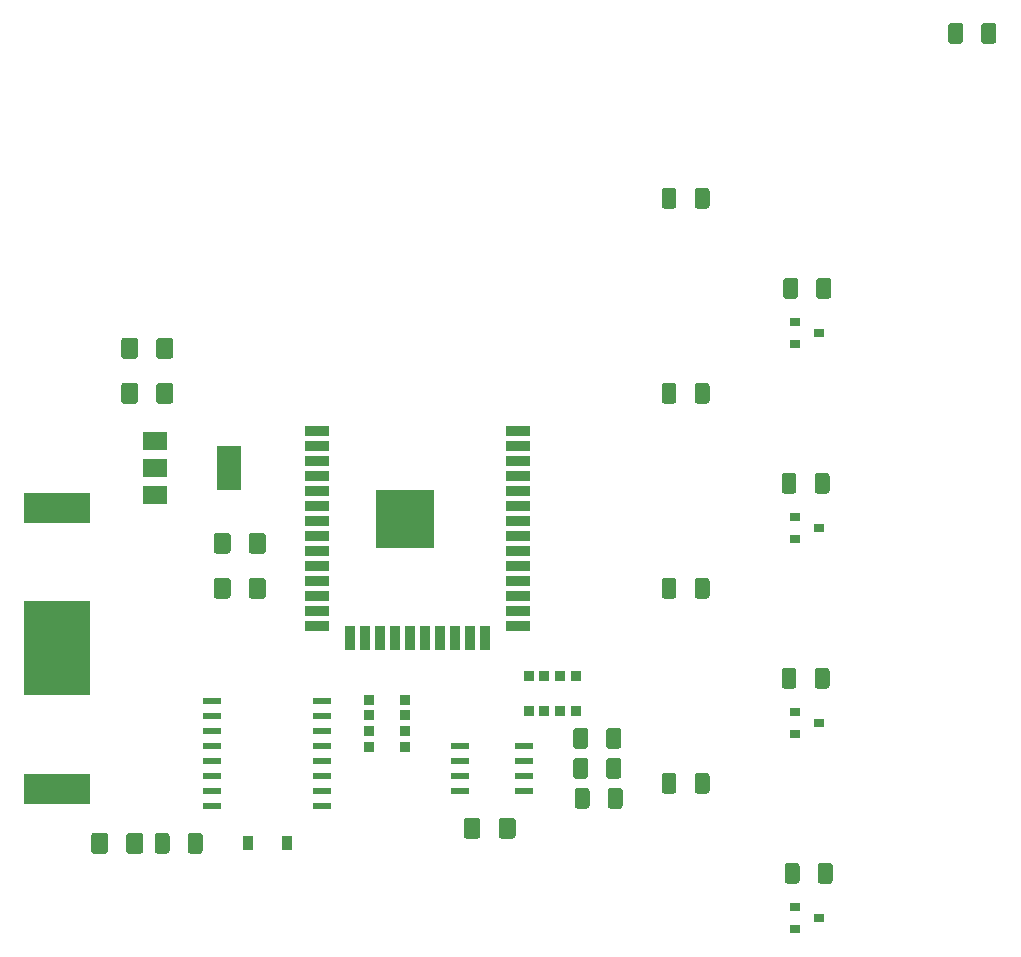
<source format=gbr>
G04 #@! TF.GenerationSoftware,KiCad,Pcbnew,5.0.2+dfsg1-1*
G04 #@! TF.CreationDate,2020-05-31T01:45:13+07:00*
G04 #@! TF.ProjectId,GatiHomeLampController,47617469-486f-46d6-954c-616d70436f6e,rev?*
G04 #@! TF.SameCoordinates,Original*
G04 #@! TF.FileFunction,Paste,Top*
G04 #@! TF.FilePolarity,Positive*
%FSLAX46Y46*%
G04 Gerber Fmt 4.6, Leading zero omitted, Abs format (unit mm)*
G04 Created by KiCad (PCBNEW 5.0.2+dfsg1-1) date Sun 31 May 2020 01:45:13 AM WIB*
%MOMM*%
%LPD*%
G01*
G04 APERTURE LIST*
%ADD10R,5.560000X8.000000*%
%ADD11R,5.560000X2.600000*%
%ADD12C,0.100000*%
%ADD13C,1.425000*%
%ADD14R,0.900000X1.200000*%
%ADD15C,1.250000*%
%ADD16R,0.900000X0.800000*%
%ADD17R,0.900000X0.900000*%
%ADD18R,5.000000X5.000000*%
%ADD19R,2.000000X0.900000*%
%ADD20R,0.900000X2.000000*%
%ADD21R,1.550000X0.600000*%
%ADD22R,1.500000X0.600000*%
%ADD23R,2.000000X3.800000*%
%ADD24R,2.000000X1.500000*%
G04 APERTURE END LIST*
D10*
G04 #@! TO.C,BT1*
X87630000Y-86360000D03*
D11*
X87630000Y-74455000D03*
X87630000Y-98265000D03*
G04 #@! TD*
D12*
G04 #@! TO.C,C1*
G36*
X91709504Y-101996204D02*
X91733773Y-101999804D01*
X91757571Y-102005765D01*
X91780671Y-102014030D01*
X91802849Y-102024520D01*
X91823893Y-102037133D01*
X91843598Y-102051747D01*
X91861777Y-102068223D01*
X91878253Y-102086402D01*
X91892867Y-102106107D01*
X91905480Y-102127151D01*
X91915970Y-102149329D01*
X91924235Y-102172429D01*
X91930196Y-102196227D01*
X91933796Y-102220496D01*
X91935000Y-102245000D01*
X91935000Y-103495000D01*
X91933796Y-103519504D01*
X91930196Y-103543773D01*
X91924235Y-103567571D01*
X91915970Y-103590671D01*
X91905480Y-103612849D01*
X91892867Y-103633893D01*
X91878253Y-103653598D01*
X91861777Y-103671777D01*
X91843598Y-103688253D01*
X91823893Y-103702867D01*
X91802849Y-103715480D01*
X91780671Y-103725970D01*
X91757571Y-103734235D01*
X91733773Y-103740196D01*
X91709504Y-103743796D01*
X91685000Y-103745000D01*
X90760000Y-103745000D01*
X90735496Y-103743796D01*
X90711227Y-103740196D01*
X90687429Y-103734235D01*
X90664329Y-103725970D01*
X90642151Y-103715480D01*
X90621107Y-103702867D01*
X90601402Y-103688253D01*
X90583223Y-103671777D01*
X90566747Y-103653598D01*
X90552133Y-103633893D01*
X90539520Y-103612849D01*
X90529030Y-103590671D01*
X90520765Y-103567571D01*
X90514804Y-103543773D01*
X90511204Y-103519504D01*
X90510000Y-103495000D01*
X90510000Y-102245000D01*
X90511204Y-102220496D01*
X90514804Y-102196227D01*
X90520765Y-102172429D01*
X90529030Y-102149329D01*
X90539520Y-102127151D01*
X90552133Y-102106107D01*
X90566747Y-102086402D01*
X90583223Y-102068223D01*
X90601402Y-102051747D01*
X90621107Y-102037133D01*
X90642151Y-102024520D01*
X90664329Y-102014030D01*
X90687429Y-102005765D01*
X90711227Y-101999804D01*
X90735496Y-101996204D01*
X90760000Y-101995000D01*
X91685000Y-101995000D01*
X91709504Y-101996204D01*
X91709504Y-101996204D01*
G37*
D13*
X91222500Y-102870000D03*
D12*
G36*
X94684504Y-101996204D02*
X94708773Y-101999804D01*
X94732571Y-102005765D01*
X94755671Y-102014030D01*
X94777849Y-102024520D01*
X94798893Y-102037133D01*
X94818598Y-102051747D01*
X94836777Y-102068223D01*
X94853253Y-102086402D01*
X94867867Y-102106107D01*
X94880480Y-102127151D01*
X94890970Y-102149329D01*
X94899235Y-102172429D01*
X94905196Y-102196227D01*
X94908796Y-102220496D01*
X94910000Y-102245000D01*
X94910000Y-103495000D01*
X94908796Y-103519504D01*
X94905196Y-103543773D01*
X94899235Y-103567571D01*
X94890970Y-103590671D01*
X94880480Y-103612849D01*
X94867867Y-103633893D01*
X94853253Y-103653598D01*
X94836777Y-103671777D01*
X94818598Y-103688253D01*
X94798893Y-103702867D01*
X94777849Y-103715480D01*
X94755671Y-103725970D01*
X94732571Y-103734235D01*
X94708773Y-103740196D01*
X94684504Y-103743796D01*
X94660000Y-103745000D01*
X93735000Y-103745000D01*
X93710496Y-103743796D01*
X93686227Y-103740196D01*
X93662429Y-103734235D01*
X93639329Y-103725970D01*
X93617151Y-103715480D01*
X93596107Y-103702867D01*
X93576402Y-103688253D01*
X93558223Y-103671777D01*
X93541747Y-103653598D01*
X93527133Y-103633893D01*
X93514520Y-103612849D01*
X93504030Y-103590671D01*
X93495765Y-103567571D01*
X93489804Y-103543773D01*
X93486204Y-103519504D01*
X93485000Y-103495000D01*
X93485000Y-102245000D01*
X93486204Y-102220496D01*
X93489804Y-102196227D01*
X93495765Y-102172429D01*
X93504030Y-102149329D01*
X93514520Y-102127151D01*
X93527133Y-102106107D01*
X93541747Y-102086402D01*
X93558223Y-102068223D01*
X93576402Y-102051747D01*
X93596107Y-102037133D01*
X93617151Y-102024520D01*
X93639329Y-102014030D01*
X93662429Y-102005765D01*
X93686227Y-101999804D01*
X93710496Y-101996204D01*
X93735000Y-101995000D01*
X94660000Y-101995000D01*
X94684504Y-101996204D01*
X94684504Y-101996204D01*
G37*
D13*
X94197500Y-102870000D03*
G04 #@! TD*
D12*
G04 #@! TO.C,C2*
G36*
X126217004Y-100726204D02*
X126241273Y-100729804D01*
X126265071Y-100735765D01*
X126288171Y-100744030D01*
X126310349Y-100754520D01*
X126331393Y-100767133D01*
X126351098Y-100781747D01*
X126369277Y-100798223D01*
X126385753Y-100816402D01*
X126400367Y-100836107D01*
X126412980Y-100857151D01*
X126423470Y-100879329D01*
X126431735Y-100902429D01*
X126437696Y-100926227D01*
X126441296Y-100950496D01*
X126442500Y-100975000D01*
X126442500Y-102225000D01*
X126441296Y-102249504D01*
X126437696Y-102273773D01*
X126431735Y-102297571D01*
X126423470Y-102320671D01*
X126412980Y-102342849D01*
X126400367Y-102363893D01*
X126385753Y-102383598D01*
X126369277Y-102401777D01*
X126351098Y-102418253D01*
X126331393Y-102432867D01*
X126310349Y-102445480D01*
X126288171Y-102455970D01*
X126265071Y-102464235D01*
X126241273Y-102470196D01*
X126217004Y-102473796D01*
X126192500Y-102475000D01*
X125267500Y-102475000D01*
X125242996Y-102473796D01*
X125218727Y-102470196D01*
X125194929Y-102464235D01*
X125171829Y-102455970D01*
X125149651Y-102445480D01*
X125128607Y-102432867D01*
X125108902Y-102418253D01*
X125090723Y-102401777D01*
X125074247Y-102383598D01*
X125059633Y-102363893D01*
X125047020Y-102342849D01*
X125036530Y-102320671D01*
X125028265Y-102297571D01*
X125022304Y-102273773D01*
X125018704Y-102249504D01*
X125017500Y-102225000D01*
X125017500Y-100975000D01*
X125018704Y-100950496D01*
X125022304Y-100926227D01*
X125028265Y-100902429D01*
X125036530Y-100879329D01*
X125047020Y-100857151D01*
X125059633Y-100836107D01*
X125074247Y-100816402D01*
X125090723Y-100798223D01*
X125108902Y-100781747D01*
X125128607Y-100767133D01*
X125149651Y-100754520D01*
X125171829Y-100744030D01*
X125194929Y-100735765D01*
X125218727Y-100729804D01*
X125242996Y-100726204D01*
X125267500Y-100725000D01*
X126192500Y-100725000D01*
X126217004Y-100726204D01*
X126217004Y-100726204D01*
G37*
D13*
X125730000Y-101600000D03*
D12*
G36*
X123242004Y-100726204D02*
X123266273Y-100729804D01*
X123290071Y-100735765D01*
X123313171Y-100744030D01*
X123335349Y-100754520D01*
X123356393Y-100767133D01*
X123376098Y-100781747D01*
X123394277Y-100798223D01*
X123410753Y-100816402D01*
X123425367Y-100836107D01*
X123437980Y-100857151D01*
X123448470Y-100879329D01*
X123456735Y-100902429D01*
X123462696Y-100926227D01*
X123466296Y-100950496D01*
X123467500Y-100975000D01*
X123467500Y-102225000D01*
X123466296Y-102249504D01*
X123462696Y-102273773D01*
X123456735Y-102297571D01*
X123448470Y-102320671D01*
X123437980Y-102342849D01*
X123425367Y-102363893D01*
X123410753Y-102383598D01*
X123394277Y-102401777D01*
X123376098Y-102418253D01*
X123356393Y-102432867D01*
X123335349Y-102445480D01*
X123313171Y-102455970D01*
X123290071Y-102464235D01*
X123266273Y-102470196D01*
X123242004Y-102473796D01*
X123217500Y-102475000D01*
X122292500Y-102475000D01*
X122267996Y-102473796D01*
X122243727Y-102470196D01*
X122219929Y-102464235D01*
X122196829Y-102455970D01*
X122174651Y-102445480D01*
X122153607Y-102432867D01*
X122133902Y-102418253D01*
X122115723Y-102401777D01*
X122099247Y-102383598D01*
X122084633Y-102363893D01*
X122072020Y-102342849D01*
X122061530Y-102320671D01*
X122053265Y-102297571D01*
X122047304Y-102273773D01*
X122043704Y-102249504D01*
X122042500Y-102225000D01*
X122042500Y-100975000D01*
X122043704Y-100950496D01*
X122047304Y-100926227D01*
X122053265Y-100902429D01*
X122061530Y-100879329D01*
X122072020Y-100857151D01*
X122084633Y-100836107D01*
X122099247Y-100816402D01*
X122115723Y-100798223D01*
X122133902Y-100781747D01*
X122153607Y-100767133D01*
X122174651Y-100754520D01*
X122196829Y-100744030D01*
X122219929Y-100735765D01*
X122243727Y-100729804D01*
X122267996Y-100726204D01*
X122292500Y-100725000D01*
X123217500Y-100725000D01*
X123242004Y-100726204D01*
X123242004Y-100726204D01*
G37*
D13*
X122755000Y-101600000D03*
G04 #@! TD*
D12*
G04 #@! TO.C,C3*
G36*
X97224504Y-63896204D02*
X97248773Y-63899804D01*
X97272571Y-63905765D01*
X97295671Y-63914030D01*
X97317849Y-63924520D01*
X97338893Y-63937133D01*
X97358598Y-63951747D01*
X97376777Y-63968223D01*
X97393253Y-63986402D01*
X97407867Y-64006107D01*
X97420480Y-64027151D01*
X97430970Y-64049329D01*
X97439235Y-64072429D01*
X97445196Y-64096227D01*
X97448796Y-64120496D01*
X97450000Y-64145000D01*
X97450000Y-65395000D01*
X97448796Y-65419504D01*
X97445196Y-65443773D01*
X97439235Y-65467571D01*
X97430970Y-65490671D01*
X97420480Y-65512849D01*
X97407867Y-65533893D01*
X97393253Y-65553598D01*
X97376777Y-65571777D01*
X97358598Y-65588253D01*
X97338893Y-65602867D01*
X97317849Y-65615480D01*
X97295671Y-65625970D01*
X97272571Y-65634235D01*
X97248773Y-65640196D01*
X97224504Y-65643796D01*
X97200000Y-65645000D01*
X96275000Y-65645000D01*
X96250496Y-65643796D01*
X96226227Y-65640196D01*
X96202429Y-65634235D01*
X96179329Y-65625970D01*
X96157151Y-65615480D01*
X96136107Y-65602867D01*
X96116402Y-65588253D01*
X96098223Y-65571777D01*
X96081747Y-65553598D01*
X96067133Y-65533893D01*
X96054520Y-65512849D01*
X96044030Y-65490671D01*
X96035765Y-65467571D01*
X96029804Y-65443773D01*
X96026204Y-65419504D01*
X96025000Y-65395000D01*
X96025000Y-64145000D01*
X96026204Y-64120496D01*
X96029804Y-64096227D01*
X96035765Y-64072429D01*
X96044030Y-64049329D01*
X96054520Y-64027151D01*
X96067133Y-64006107D01*
X96081747Y-63986402D01*
X96098223Y-63968223D01*
X96116402Y-63951747D01*
X96136107Y-63937133D01*
X96157151Y-63924520D01*
X96179329Y-63914030D01*
X96202429Y-63905765D01*
X96226227Y-63899804D01*
X96250496Y-63896204D01*
X96275000Y-63895000D01*
X97200000Y-63895000D01*
X97224504Y-63896204D01*
X97224504Y-63896204D01*
G37*
D13*
X96737500Y-64770000D03*
D12*
G36*
X94249504Y-63896204D02*
X94273773Y-63899804D01*
X94297571Y-63905765D01*
X94320671Y-63914030D01*
X94342849Y-63924520D01*
X94363893Y-63937133D01*
X94383598Y-63951747D01*
X94401777Y-63968223D01*
X94418253Y-63986402D01*
X94432867Y-64006107D01*
X94445480Y-64027151D01*
X94455970Y-64049329D01*
X94464235Y-64072429D01*
X94470196Y-64096227D01*
X94473796Y-64120496D01*
X94475000Y-64145000D01*
X94475000Y-65395000D01*
X94473796Y-65419504D01*
X94470196Y-65443773D01*
X94464235Y-65467571D01*
X94455970Y-65490671D01*
X94445480Y-65512849D01*
X94432867Y-65533893D01*
X94418253Y-65553598D01*
X94401777Y-65571777D01*
X94383598Y-65588253D01*
X94363893Y-65602867D01*
X94342849Y-65615480D01*
X94320671Y-65625970D01*
X94297571Y-65634235D01*
X94273773Y-65640196D01*
X94249504Y-65643796D01*
X94225000Y-65645000D01*
X93300000Y-65645000D01*
X93275496Y-65643796D01*
X93251227Y-65640196D01*
X93227429Y-65634235D01*
X93204329Y-65625970D01*
X93182151Y-65615480D01*
X93161107Y-65602867D01*
X93141402Y-65588253D01*
X93123223Y-65571777D01*
X93106747Y-65553598D01*
X93092133Y-65533893D01*
X93079520Y-65512849D01*
X93069030Y-65490671D01*
X93060765Y-65467571D01*
X93054804Y-65443773D01*
X93051204Y-65419504D01*
X93050000Y-65395000D01*
X93050000Y-64145000D01*
X93051204Y-64120496D01*
X93054804Y-64096227D01*
X93060765Y-64072429D01*
X93069030Y-64049329D01*
X93079520Y-64027151D01*
X93092133Y-64006107D01*
X93106747Y-63986402D01*
X93123223Y-63968223D01*
X93141402Y-63951747D01*
X93161107Y-63937133D01*
X93182151Y-63924520D01*
X93204329Y-63914030D01*
X93227429Y-63905765D01*
X93251227Y-63899804D01*
X93275496Y-63896204D01*
X93300000Y-63895000D01*
X94225000Y-63895000D01*
X94249504Y-63896204D01*
X94249504Y-63896204D01*
G37*
D13*
X93762500Y-64770000D03*
G04 #@! TD*
D12*
G04 #@! TO.C,C4*
G36*
X94249504Y-60086204D02*
X94273773Y-60089804D01*
X94297571Y-60095765D01*
X94320671Y-60104030D01*
X94342849Y-60114520D01*
X94363893Y-60127133D01*
X94383598Y-60141747D01*
X94401777Y-60158223D01*
X94418253Y-60176402D01*
X94432867Y-60196107D01*
X94445480Y-60217151D01*
X94455970Y-60239329D01*
X94464235Y-60262429D01*
X94470196Y-60286227D01*
X94473796Y-60310496D01*
X94475000Y-60335000D01*
X94475000Y-61585000D01*
X94473796Y-61609504D01*
X94470196Y-61633773D01*
X94464235Y-61657571D01*
X94455970Y-61680671D01*
X94445480Y-61702849D01*
X94432867Y-61723893D01*
X94418253Y-61743598D01*
X94401777Y-61761777D01*
X94383598Y-61778253D01*
X94363893Y-61792867D01*
X94342849Y-61805480D01*
X94320671Y-61815970D01*
X94297571Y-61824235D01*
X94273773Y-61830196D01*
X94249504Y-61833796D01*
X94225000Y-61835000D01*
X93300000Y-61835000D01*
X93275496Y-61833796D01*
X93251227Y-61830196D01*
X93227429Y-61824235D01*
X93204329Y-61815970D01*
X93182151Y-61805480D01*
X93161107Y-61792867D01*
X93141402Y-61778253D01*
X93123223Y-61761777D01*
X93106747Y-61743598D01*
X93092133Y-61723893D01*
X93079520Y-61702849D01*
X93069030Y-61680671D01*
X93060765Y-61657571D01*
X93054804Y-61633773D01*
X93051204Y-61609504D01*
X93050000Y-61585000D01*
X93050000Y-60335000D01*
X93051204Y-60310496D01*
X93054804Y-60286227D01*
X93060765Y-60262429D01*
X93069030Y-60239329D01*
X93079520Y-60217151D01*
X93092133Y-60196107D01*
X93106747Y-60176402D01*
X93123223Y-60158223D01*
X93141402Y-60141747D01*
X93161107Y-60127133D01*
X93182151Y-60114520D01*
X93204329Y-60104030D01*
X93227429Y-60095765D01*
X93251227Y-60089804D01*
X93275496Y-60086204D01*
X93300000Y-60085000D01*
X94225000Y-60085000D01*
X94249504Y-60086204D01*
X94249504Y-60086204D01*
G37*
D13*
X93762500Y-60960000D03*
D12*
G36*
X97224504Y-60086204D02*
X97248773Y-60089804D01*
X97272571Y-60095765D01*
X97295671Y-60104030D01*
X97317849Y-60114520D01*
X97338893Y-60127133D01*
X97358598Y-60141747D01*
X97376777Y-60158223D01*
X97393253Y-60176402D01*
X97407867Y-60196107D01*
X97420480Y-60217151D01*
X97430970Y-60239329D01*
X97439235Y-60262429D01*
X97445196Y-60286227D01*
X97448796Y-60310496D01*
X97450000Y-60335000D01*
X97450000Y-61585000D01*
X97448796Y-61609504D01*
X97445196Y-61633773D01*
X97439235Y-61657571D01*
X97430970Y-61680671D01*
X97420480Y-61702849D01*
X97407867Y-61723893D01*
X97393253Y-61743598D01*
X97376777Y-61761777D01*
X97358598Y-61778253D01*
X97338893Y-61792867D01*
X97317849Y-61805480D01*
X97295671Y-61815970D01*
X97272571Y-61824235D01*
X97248773Y-61830196D01*
X97224504Y-61833796D01*
X97200000Y-61835000D01*
X96275000Y-61835000D01*
X96250496Y-61833796D01*
X96226227Y-61830196D01*
X96202429Y-61824235D01*
X96179329Y-61815970D01*
X96157151Y-61805480D01*
X96136107Y-61792867D01*
X96116402Y-61778253D01*
X96098223Y-61761777D01*
X96081747Y-61743598D01*
X96067133Y-61723893D01*
X96054520Y-61702849D01*
X96044030Y-61680671D01*
X96035765Y-61657571D01*
X96029804Y-61633773D01*
X96026204Y-61609504D01*
X96025000Y-61585000D01*
X96025000Y-60335000D01*
X96026204Y-60310496D01*
X96029804Y-60286227D01*
X96035765Y-60262429D01*
X96044030Y-60239329D01*
X96054520Y-60217151D01*
X96067133Y-60196107D01*
X96081747Y-60176402D01*
X96098223Y-60158223D01*
X96116402Y-60141747D01*
X96136107Y-60127133D01*
X96157151Y-60114520D01*
X96179329Y-60104030D01*
X96202429Y-60095765D01*
X96226227Y-60089804D01*
X96250496Y-60086204D01*
X96275000Y-60085000D01*
X97200000Y-60085000D01*
X97224504Y-60086204D01*
X97224504Y-60086204D01*
G37*
D13*
X96737500Y-60960000D03*
G04 #@! TD*
D12*
G04 #@! TO.C,C5*
G36*
X102087004Y-76596204D02*
X102111273Y-76599804D01*
X102135071Y-76605765D01*
X102158171Y-76614030D01*
X102180349Y-76624520D01*
X102201393Y-76637133D01*
X102221098Y-76651747D01*
X102239277Y-76668223D01*
X102255753Y-76686402D01*
X102270367Y-76706107D01*
X102282980Y-76727151D01*
X102293470Y-76749329D01*
X102301735Y-76772429D01*
X102307696Y-76796227D01*
X102311296Y-76820496D01*
X102312500Y-76845000D01*
X102312500Y-78095000D01*
X102311296Y-78119504D01*
X102307696Y-78143773D01*
X102301735Y-78167571D01*
X102293470Y-78190671D01*
X102282980Y-78212849D01*
X102270367Y-78233893D01*
X102255753Y-78253598D01*
X102239277Y-78271777D01*
X102221098Y-78288253D01*
X102201393Y-78302867D01*
X102180349Y-78315480D01*
X102158171Y-78325970D01*
X102135071Y-78334235D01*
X102111273Y-78340196D01*
X102087004Y-78343796D01*
X102062500Y-78345000D01*
X101137500Y-78345000D01*
X101112996Y-78343796D01*
X101088727Y-78340196D01*
X101064929Y-78334235D01*
X101041829Y-78325970D01*
X101019651Y-78315480D01*
X100998607Y-78302867D01*
X100978902Y-78288253D01*
X100960723Y-78271777D01*
X100944247Y-78253598D01*
X100929633Y-78233893D01*
X100917020Y-78212849D01*
X100906530Y-78190671D01*
X100898265Y-78167571D01*
X100892304Y-78143773D01*
X100888704Y-78119504D01*
X100887500Y-78095000D01*
X100887500Y-76845000D01*
X100888704Y-76820496D01*
X100892304Y-76796227D01*
X100898265Y-76772429D01*
X100906530Y-76749329D01*
X100917020Y-76727151D01*
X100929633Y-76706107D01*
X100944247Y-76686402D01*
X100960723Y-76668223D01*
X100978902Y-76651747D01*
X100998607Y-76637133D01*
X101019651Y-76624520D01*
X101041829Y-76614030D01*
X101064929Y-76605765D01*
X101088727Y-76599804D01*
X101112996Y-76596204D01*
X101137500Y-76595000D01*
X102062500Y-76595000D01*
X102087004Y-76596204D01*
X102087004Y-76596204D01*
G37*
D13*
X101600000Y-77470000D03*
D12*
G36*
X105062004Y-76596204D02*
X105086273Y-76599804D01*
X105110071Y-76605765D01*
X105133171Y-76614030D01*
X105155349Y-76624520D01*
X105176393Y-76637133D01*
X105196098Y-76651747D01*
X105214277Y-76668223D01*
X105230753Y-76686402D01*
X105245367Y-76706107D01*
X105257980Y-76727151D01*
X105268470Y-76749329D01*
X105276735Y-76772429D01*
X105282696Y-76796227D01*
X105286296Y-76820496D01*
X105287500Y-76845000D01*
X105287500Y-78095000D01*
X105286296Y-78119504D01*
X105282696Y-78143773D01*
X105276735Y-78167571D01*
X105268470Y-78190671D01*
X105257980Y-78212849D01*
X105245367Y-78233893D01*
X105230753Y-78253598D01*
X105214277Y-78271777D01*
X105196098Y-78288253D01*
X105176393Y-78302867D01*
X105155349Y-78315480D01*
X105133171Y-78325970D01*
X105110071Y-78334235D01*
X105086273Y-78340196D01*
X105062004Y-78343796D01*
X105037500Y-78345000D01*
X104112500Y-78345000D01*
X104087996Y-78343796D01*
X104063727Y-78340196D01*
X104039929Y-78334235D01*
X104016829Y-78325970D01*
X103994651Y-78315480D01*
X103973607Y-78302867D01*
X103953902Y-78288253D01*
X103935723Y-78271777D01*
X103919247Y-78253598D01*
X103904633Y-78233893D01*
X103892020Y-78212849D01*
X103881530Y-78190671D01*
X103873265Y-78167571D01*
X103867304Y-78143773D01*
X103863704Y-78119504D01*
X103862500Y-78095000D01*
X103862500Y-76845000D01*
X103863704Y-76820496D01*
X103867304Y-76796227D01*
X103873265Y-76772429D01*
X103881530Y-76749329D01*
X103892020Y-76727151D01*
X103904633Y-76706107D01*
X103919247Y-76686402D01*
X103935723Y-76668223D01*
X103953902Y-76651747D01*
X103973607Y-76637133D01*
X103994651Y-76624520D01*
X104016829Y-76614030D01*
X104039929Y-76605765D01*
X104063727Y-76599804D01*
X104087996Y-76596204D01*
X104112500Y-76595000D01*
X105037500Y-76595000D01*
X105062004Y-76596204D01*
X105062004Y-76596204D01*
G37*
D13*
X104575000Y-77470000D03*
G04 #@! TD*
D12*
G04 #@! TO.C,C6*
G36*
X105062004Y-80406204D02*
X105086273Y-80409804D01*
X105110071Y-80415765D01*
X105133171Y-80424030D01*
X105155349Y-80434520D01*
X105176393Y-80447133D01*
X105196098Y-80461747D01*
X105214277Y-80478223D01*
X105230753Y-80496402D01*
X105245367Y-80516107D01*
X105257980Y-80537151D01*
X105268470Y-80559329D01*
X105276735Y-80582429D01*
X105282696Y-80606227D01*
X105286296Y-80630496D01*
X105287500Y-80655000D01*
X105287500Y-81905000D01*
X105286296Y-81929504D01*
X105282696Y-81953773D01*
X105276735Y-81977571D01*
X105268470Y-82000671D01*
X105257980Y-82022849D01*
X105245367Y-82043893D01*
X105230753Y-82063598D01*
X105214277Y-82081777D01*
X105196098Y-82098253D01*
X105176393Y-82112867D01*
X105155349Y-82125480D01*
X105133171Y-82135970D01*
X105110071Y-82144235D01*
X105086273Y-82150196D01*
X105062004Y-82153796D01*
X105037500Y-82155000D01*
X104112500Y-82155000D01*
X104087996Y-82153796D01*
X104063727Y-82150196D01*
X104039929Y-82144235D01*
X104016829Y-82135970D01*
X103994651Y-82125480D01*
X103973607Y-82112867D01*
X103953902Y-82098253D01*
X103935723Y-82081777D01*
X103919247Y-82063598D01*
X103904633Y-82043893D01*
X103892020Y-82022849D01*
X103881530Y-82000671D01*
X103873265Y-81977571D01*
X103867304Y-81953773D01*
X103863704Y-81929504D01*
X103862500Y-81905000D01*
X103862500Y-80655000D01*
X103863704Y-80630496D01*
X103867304Y-80606227D01*
X103873265Y-80582429D01*
X103881530Y-80559329D01*
X103892020Y-80537151D01*
X103904633Y-80516107D01*
X103919247Y-80496402D01*
X103935723Y-80478223D01*
X103953902Y-80461747D01*
X103973607Y-80447133D01*
X103994651Y-80434520D01*
X104016829Y-80424030D01*
X104039929Y-80415765D01*
X104063727Y-80409804D01*
X104087996Y-80406204D01*
X104112500Y-80405000D01*
X105037500Y-80405000D01*
X105062004Y-80406204D01*
X105062004Y-80406204D01*
G37*
D13*
X104575000Y-81280000D03*
D12*
G36*
X102087004Y-80406204D02*
X102111273Y-80409804D01*
X102135071Y-80415765D01*
X102158171Y-80424030D01*
X102180349Y-80434520D01*
X102201393Y-80447133D01*
X102221098Y-80461747D01*
X102239277Y-80478223D01*
X102255753Y-80496402D01*
X102270367Y-80516107D01*
X102282980Y-80537151D01*
X102293470Y-80559329D01*
X102301735Y-80582429D01*
X102307696Y-80606227D01*
X102311296Y-80630496D01*
X102312500Y-80655000D01*
X102312500Y-81905000D01*
X102311296Y-81929504D01*
X102307696Y-81953773D01*
X102301735Y-81977571D01*
X102293470Y-82000671D01*
X102282980Y-82022849D01*
X102270367Y-82043893D01*
X102255753Y-82063598D01*
X102239277Y-82081777D01*
X102221098Y-82098253D01*
X102201393Y-82112867D01*
X102180349Y-82125480D01*
X102158171Y-82135970D01*
X102135071Y-82144235D01*
X102111273Y-82150196D01*
X102087004Y-82153796D01*
X102062500Y-82155000D01*
X101137500Y-82155000D01*
X101112996Y-82153796D01*
X101088727Y-82150196D01*
X101064929Y-82144235D01*
X101041829Y-82135970D01*
X101019651Y-82125480D01*
X100998607Y-82112867D01*
X100978902Y-82098253D01*
X100960723Y-82081777D01*
X100944247Y-82063598D01*
X100929633Y-82043893D01*
X100917020Y-82022849D01*
X100906530Y-82000671D01*
X100898265Y-81977571D01*
X100892304Y-81953773D01*
X100888704Y-81929504D01*
X100887500Y-81905000D01*
X100887500Y-80655000D01*
X100888704Y-80630496D01*
X100892304Y-80606227D01*
X100898265Y-80582429D01*
X100906530Y-80559329D01*
X100917020Y-80537151D01*
X100929633Y-80516107D01*
X100944247Y-80496402D01*
X100960723Y-80478223D01*
X100978902Y-80461747D01*
X100998607Y-80447133D01*
X101019651Y-80434520D01*
X101041829Y-80424030D01*
X101064929Y-80415765D01*
X101088727Y-80409804D01*
X101112996Y-80406204D01*
X101137500Y-80405000D01*
X102062500Y-80405000D01*
X102087004Y-80406204D01*
X102087004Y-80406204D01*
G37*
D13*
X101600000Y-81280000D03*
G04 #@! TD*
D14*
G04 #@! TO.C,D1*
X107060000Y-102870000D03*
X103760000Y-102870000D03*
G04 #@! TD*
D12*
G04 #@! TO.C,F1*
G36*
X164099504Y-33416204D02*
X164123773Y-33419804D01*
X164147571Y-33425765D01*
X164170671Y-33434030D01*
X164192849Y-33444520D01*
X164213893Y-33457133D01*
X164233598Y-33471747D01*
X164251777Y-33488223D01*
X164268253Y-33506402D01*
X164282867Y-33526107D01*
X164295480Y-33547151D01*
X164305970Y-33569329D01*
X164314235Y-33592429D01*
X164320196Y-33616227D01*
X164323796Y-33640496D01*
X164325000Y-33665000D01*
X164325000Y-34915000D01*
X164323796Y-34939504D01*
X164320196Y-34963773D01*
X164314235Y-34987571D01*
X164305970Y-35010671D01*
X164295480Y-35032849D01*
X164282867Y-35053893D01*
X164268253Y-35073598D01*
X164251777Y-35091777D01*
X164233598Y-35108253D01*
X164213893Y-35122867D01*
X164192849Y-35135480D01*
X164170671Y-35145970D01*
X164147571Y-35154235D01*
X164123773Y-35160196D01*
X164099504Y-35163796D01*
X164075000Y-35165000D01*
X163325000Y-35165000D01*
X163300496Y-35163796D01*
X163276227Y-35160196D01*
X163252429Y-35154235D01*
X163229329Y-35145970D01*
X163207151Y-35135480D01*
X163186107Y-35122867D01*
X163166402Y-35108253D01*
X163148223Y-35091777D01*
X163131747Y-35073598D01*
X163117133Y-35053893D01*
X163104520Y-35032849D01*
X163094030Y-35010671D01*
X163085765Y-34987571D01*
X163079804Y-34963773D01*
X163076204Y-34939504D01*
X163075000Y-34915000D01*
X163075000Y-33665000D01*
X163076204Y-33640496D01*
X163079804Y-33616227D01*
X163085765Y-33592429D01*
X163094030Y-33569329D01*
X163104520Y-33547151D01*
X163117133Y-33526107D01*
X163131747Y-33506402D01*
X163148223Y-33488223D01*
X163166402Y-33471747D01*
X163186107Y-33457133D01*
X163207151Y-33444520D01*
X163229329Y-33434030D01*
X163252429Y-33425765D01*
X163276227Y-33419804D01*
X163300496Y-33416204D01*
X163325000Y-33415000D01*
X164075000Y-33415000D01*
X164099504Y-33416204D01*
X164099504Y-33416204D01*
G37*
D15*
X163700000Y-34290000D03*
D12*
G36*
X166899504Y-33416204D02*
X166923773Y-33419804D01*
X166947571Y-33425765D01*
X166970671Y-33434030D01*
X166992849Y-33444520D01*
X167013893Y-33457133D01*
X167033598Y-33471747D01*
X167051777Y-33488223D01*
X167068253Y-33506402D01*
X167082867Y-33526107D01*
X167095480Y-33547151D01*
X167105970Y-33569329D01*
X167114235Y-33592429D01*
X167120196Y-33616227D01*
X167123796Y-33640496D01*
X167125000Y-33665000D01*
X167125000Y-34915000D01*
X167123796Y-34939504D01*
X167120196Y-34963773D01*
X167114235Y-34987571D01*
X167105970Y-35010671D01*
X167095480Y-35032849D01*
X167082867Y-35053893D01*
X167068253Y-35073598D01*
X167051777Y-35091777D01*
X167033598Y-35108253D01*
X167013893Y-35122867D01*
X166992849Y-35135480D01*
X166970671Y-35145970D01*
X166947571Y-35154235D01*
X166923773Y-35160196D01*
X166899504Y-35163796D01*
X166875000Y-35165000D01*
X166125000Y-35165000D01*
X166100496Y-35163796D01*
X166076227Y-35160196D01*
X166052429Y-35154235D01*
X166029329Y-35145970D01*
X166007151Y-35135480D01*
X165986107Y-35122867D01*
X165966402Y-35108253D01*
X165948223Y-35091777D01*
X165931747Y-35073598D01*
X165917133Y-35053893D01*
X165904520Y-35032849D01*
X165894030Y-35010671D01*
X165885765Y-34987571D01*
X165879804Y-34963773D01*
X165876204Y-34939504D01*
X165875000Y-34915000D01*
X165875000Y-33665000D01*
X165876204Y-33640496D01*
X165879804Y-33616227D01*
X165885765Y-33592429D01*
X165894030Y-33569329D01*
X165904520Y-33547151D01*
X165917133Y-33526107D01*
X165931747Y-33506402D01*
X165948223Y-33488223D01*
X165966402Y-33471747D01*
X165986107Y-33457133D01*
X166007151Y-33444520D01*
X166029329Y-33434030D01*
X166052429Y-33425765D01*
X166076227Y-33419804D01*
X166100496Y-33416204D01*
X166125000Y-33415000D01*
X166875000Y-33415000D01*
X166899504Y-33416204D01*
X166899504Y-33416204D01*
G37*
D15*
X166500000Y-34290000D03*
G04 #@! TD*
D16*
G04 #@! TO.C,Q1*
X150130000Y-75250000D03*
X150130000Y-77150000D03*
X152130000Y-76200000D03*
G04 #@! TD*
G04 #@! TO.C,Q2*
X152130000Y-92710000D03*
X150130000Y-93660000D03*
X150130000Y-91760000D03*
G04 #@! TD*
G04 #@! TO.C,Q3*
X150130000Y-108270000D03*
X150130000Y-110170000D03*
X152130000Y-109220000D03*
G04 #@! TD*
G04 #@! TO.C,Q4*
X152130000Y-59690000D03*
X150130000Y-60640000D03*
X150130000Y-58740000D03*
G04 #@! TD*
D12*
G04 #@! TO.C,R1*
G36*
X135279504Y-98186204D02*
X135303773Y-98189804D01*
X135327571Y-98195765D01*
X135350671Y-98204030D01*
X135372849Y-98214520D01*
X135393893Y-98227133D01*
X135413598Y-98241747D01*
X135431777Y-98258223D01*
X135448253Y-98276402D01*
X135462867Y-98296107D01*
X135475480Y-98317151D01*
X135485970Y-98339329D01*
X135494235Y-98362429D01*
X135500196Y-98386227D01*
X135503796Y-98410496D01*
X135505000Y-98435000D01*
X135505000Y-99685000D01*
X135503796Y-99709504D01*
X135500196Y-99733773D01*
X135494235Y-99757571D01*
X135485970Y-99780671D01*
X135475480Y-99802849D01*
X135462867Y-99823893D01*
X135448253Y-99843598D01*
X135431777Y-99861777D01*
X135413598Y-99878253D01*
X135393893Y-99892867D01*
X135372849Y-99905480D01*
X135350671Y-99915970D01*
X135327571Y-99924235D01*
X135303773Y-99930196D01*
X135279504Y-99933796D01*
X135255000Y-99935000D01*
X134505000Y-99935000D01*
X134480496Y-99933796D01*
X134456227Y-99930196D01*
X134432429Y-99924235D01*
X134409329Y-99915970D01*
X134387151Y-99905480D01*
X134366107Y-99892867D01*
X134346402Y-99878253D01*
X134328223Y-99861777D01*
X134311747Y-99843598D01*
X134297133Y-99823893D01*
X134284520Y-99802849D01*
X134274030Y-99780671D01*
X134265765Y-99757571D01*
X134259804Y-99733773D01*
X134256204Y-99709504D01*
X134255000Y-99685000D01*
X134255000Y-98435000D01*
X134256204Y-98410496D01*
X134259804Y-98386227D01*
X134265765Y-98362429D01*
X134274030Y-98339329D01*
X134284520Y-98317151D01*
X134297133Y-98296107D01*
X134311747Y-98276402D01*
X134328223Y-98258223D01*
X134346402Y-98241747D01*
X134366107Y-98227133D01*
X134387151Y-98214520D01*
X134409329Y-98204030D01*
X134432429Y-98195765D01*
X134456227Y-98189804D01*
X134480496Y-98186204D01*
X134505000Y-98185000D01*
X135255000Y-98185000D01*
X135279504Y-98186204D01*
X135279504Y-98186204D01*
G37*
D15*
X134880000Y-99060000D03*
D12*
G36*
X132479504Y-98186204D02*
X132503773Y-98189804D01*
X132527571Y-98195765D01*
X132550671Y-98204030D01*
X132572849Y-98214520D01*
X132593893Y-98227133D01*
X132613598Y-98241747D01*
X132631777Y-98258223D01*
X132648253Y-98276402D01*
X132662867Y-98296107D01*
X132675480Y-98317151D01*
X132685970Y-98339329D01*
X132694235Y-98362429D01*
X132700196Y-98386227D01*
X132703796Y-98410496D01*
X132705000Y-98435000D01*
X132705000Y-99685000D01*
X132703796Y-99709504D01*
X132700196Y-99733773D01*
X132694235Y-99757571D01*
X132685970Y-99780671D01*
X132675480Y-99802849D01*
X132662867Y-99823893D01*
X132648253Y-99843598D01*
X132631777Y-99861777D01*
X132613598Y-99878253D01*
X132593893Y-99892867D01*
X132572849Y-99905480D01*
X132550671Y-99915970D01*
X132527571Y-99924235D01*
X132503773Y-99930196D01*
X132479504Y-99933796D01*
X132455000Y-99935000D01*
X131705000Y-99935000D01*
X131680496Y-99933796D01*
X131656227Y-99930196D01*
X131632429Y-99924235D01*
X131609329Y-99915970D01*
X131587151Y-99905480D01*
X131566107Y-99892867D01*
X131546402Y-99878253D01*
X131528223Y-99861777D01*
X131511747Y-99843598D01*
X131497133Y-99823893D01*
X131484520Y-99802849D01*
X131474030Y-99780671D01*
X131465765Y-99757571D01*
X131459804Y-99733773D01*
X131456204Y-99709504D01*
X131455000Y-99685000D01*
X131455000Y-98435000D01*
X131456204Y-98410496D01*
X131459804Y-98386227D01*
X131465765Y-98362429D01*
X131474030Y-98339329D01*
X131484520Y-98317151D01*
X131497133Y-98296107D01*
X131511747Y-98276402D01*
X131528223Y-98258223D01*
X131546402Y-98241747D01*
X131566107Y-98227133D01*
X131587151Y-98214520D01*
X131609329Y-98204030D01*
X131632429Y-98195765D01*
X131656227Y-98189804D01*
X131680496Y-98186204D01*
X131705000Y-98185000D01*
X132455000Y-98185000D01*
X132479504Y-98186204D01*
X132479504Y-98186204D01*
G37*
D15*
X132080000Y-99060000D03*
G04 #@! TD*
D12*
G04 #@! TO.C,R2*
G36*
X132349504Y-95646204D02*
X132373773Y-95649804D01*
X132397571Y-95655765D01*
X132420671Y-95664030D01*
X132442849Y-95674520D01*
X132463893Y-95687133D01*
X132483598Y-95701747D01*
X132501777Y-95718223D01*
X132518253Y-95736402D01*
X132532867Y-95756107D01*
X132545480Y-95777151D01*
X132555970Y-95799329D01*
X132564235Y-95822429D01*
X132570196Y-95846227D01*
X132573796Y-95870496D01*
X132575000Y-95895000D01*
X132575000Y-97145000D01*
X132573796Y-97169504D01*
X132570196Y-97193773D01*
X132564235Y-97217571D01*
X132555970Y-97240671D01*
X132545480Y-97262849D01*
X132532867Y-97283893D01*
X132518253Y-97303598D01*
X132501777Y-97321777D01*
X132483598Y-97338253D01*
X132463893Y-97352867D01*
X132442849Y-97365480D01*
X132420671Y-97375970D01*
X132397571Y-97384235D01*
X132373773Y-97390196D01*
X132349504Y-97393796D01*
X132325000Y-97395000D01*
X131575000Y-97395000D01*
X131550496Y-97393796D01*
X131526227Y-97390196D01*
X131502429Y-97384235D01*
X131479329Y-97375970D01*
X131457151Y-97365480D01*
X131436107Y-97352867D01*
X131416402Y-97338253D01*
X131398223Y-97321777D01*
X131381747Y-97303598D01*
X131367133Y-97283893D01*
X131354520Y-97262849D01*
X131344030Y-97240671D01*
X131335765Y-97217571D01*
X131329804Y-97193773D01*
X131326204Y-97169504D01*
X131325000Y-97145000D01*
X131325000Y-95895000D01*
X131326204Y-95870496D01*
X131329804Y-95846227D01*
X131335765Y-95822429D01*
X131344030Y-95799329D01*
X131354520Y-95777151D01*
X131367133Y-95756107D01*
X131381747Y-95736402D01*
X131398223Y-95718223D01*
X131416402Y-95701747D01*
X131436107Y-95687133D01*
X131457151Y-95674520D01*
X131479329Y-95664030D01*
X131502429Y-95655765D01*
X131526227Y-95649804D01*
X131550496Y-95646204D01*
X131575000Y-95645000D01*
X132325000Y-95645000D01*
X132349504Y-95646204D01*
X132349504Y-95646204D01*
G37*
D15*
X131950000Y-96520000D03*
D12*
G36*
X135149504Y-95646204D02*
X135173773Y-95649804D01*
X135197571Y-95655765D01*
X135220671Y-95664030D01*
X135242849Y-95674520D01*
X135263893Y-95687133D01*
X135283598Y-95701747D01*
X135301777Y-95718223D01*
X135318253Y-95736402D01*
X135332867Y-95756107D01*
X135345480Y-95777151D01*
X135355970Y-95799329D01*
X135364235Y-95822429D01*
X135370196Y-95846227D01*
X135373796Y-95870496D01*
X135375000Y-95895000D01*
X135375000Y-97145000D01*
X135373796Y-97169504D01*
X135370196Y-97193773D01*
X135364235Y-97217571D01*
X135355970Y-97240671D01*
X135345480Y-97262849D01*
X135332867Y-97283893D01*
X135318253Y-97303598D01*
X135301777Y-97321777D01*
X135283598Y-97338253D01*
X135263893Y-97352867D01*
X135242849Y-97365480D01*
X135220671Y-97375970D01*
X135197571Y-97384235D01*
X135173773Y-97390196D01*
X135149504Y-97393796D01*
X135125000Y-97395000D01*
X134375000Y-97395000D01*
X134350496Y-97393796D01*
X134326227Y-97390196D01*
X134302429Y-97384235D01*
X134279329Y-97375970D01*
X134257151Y-97365480D01*
X134236107Y-97352867D01*
X134216402Y-97338253D01*
X134198223Y-97321777D01*
X134181747Y-97303598D01*
X134167133Y-97283893D01*
X134154520Y-97262849D01*
X134144030Y-97240671D01*
X134135765Y-97217571D01*
X134129804Y-97193773D01*
X134126204Y-97169504D01*
X134125000Y-97145000D01*
X134125000Y-95895000D01*
X134126204Y-95870496D01*
X134129804Y-95846227D01*
X134135765Y-95822429D01*
X134144030Y-95799329D01*
X134154520Y-95777151D01*
X134167133Y-95756107D01*
X134181747Y-95736402D01*
X134198223Y-95718223D01*
X134216402Y-95701747D01*
X134236107Y-95687133D01*
X134257151Y-95674520D01*
X134279329Y-95664030D01*
X134302429Y-95655765D01*
X134326227Y-95649804D01*
X134350496Y-95646204D01*
X134375000Y-95645000D01*
X135125000Y-95645000D01*
X135149504Y-95646204D01*
X135149504Y-95646204D01*
G37*
D15*
X134750000Y-96520000D03*
G04 #@! TD*
D12*
G04 #@! TO.C,R3*
G36*
X135149504Y-93106204D02*
X135173773Y-93109804D01*
X135197571Y-93115765D01*
X135220671Y-93124030D01*
X135242849Y-93134520D01*
X135263893Y-93147133D01*
X135283598Y-93161747D01*
X135301777Y-93178223D01*
X135318253Y-93196402D01*
X135332867Y-93216107D01*
X135345480Y-93237151D01*
X135355970Y-93259329D01*
X135364235Y-93282429D01*
X135370196Y-93306227D01*
X135373796Y-93330496D01*
X135375000Y-93355000D01*
X135375000Y-94605000D01*
X135373796Y-94629504D01*
X135370196Y-94653773D01*
X135364235Y-94677571D01*
X135355970Y-94700671D01*
X135345480Y-94722849D01*
X135332867Y-94743893D01*
X135318253Y-94763598D01*
X135301777Y-94781777D01*
X135283598Y-94798253D01*
X135263893Y-94812867D01*
X135242849Y-94825480D01*
X135220671Y-94835970D01*
X135197571Y-94844235D01*
X135173773Y-94850196D01*
X135149504Y-94853796D01*
X135125000Y-94855000D01*
X134375000Y-94855000D01*
X134350496Y-94853796D01*
X134326227Y-94850196D01*
X134302429Y-94844235D01*
X134279329Y-94835970D01*
X134257151Y-94825480D01*
X134236107Y-94812867D01*
X134216402Y-94798253D01*
X134198223Y-94781777D01*
X134181747Y-94763598D01*
X134167133Y-94743893D01*
X134154520Y-94722849D01*
X134144030Y-94700671D01*
X134135765Y-94677571D01*
X134129804Y-94653773D01*
X134126204Y-94629504D01*
X134125000Y-94605000D01*
X134125000Y-93355000D01*
X134126204Y-93330496D01*
X134129804Y-93306227D01*
X134135765Y-93282429D01*
X134144030Y-93259329D01*
X134154520Y-93237151D01*
X134167133Y-93216107D01*
X134181747Y-93196402D01*
X134198223Y-93178223D01*
X134216402Y-93161747D01*
X134236107Y-93147133D01*
X134257151Y-93134520D01*
X134279329Y-93124030D01*
X134302429Y-93115765D01*
X134326227Y-93109804D01*
X134350496Y-93106204D01*
X134375000Y-93105000D01*
X135125000Y-93105000D01*
X135149504Y-93106204D01*
X135149504Y-93106204D01*
G37*
D15*
X134750000Y-93980000D03*
D12*
G36*
X132349504Y-93106204D02*
X132373773Y-93109804D01*
X132397571Y-93115765D01*
X132420671Y-93124030D01*
X132442849Y-93134520D01*
X132463893Y-93147133D01*
X132483598Y-93161747D01*
X132501777Y-93178223D01*
X132518253Y-93196402D01*
X132532867Y-93216107D01*
X132545480Y-93237151D01*
X132555970Y-93259329D01*
X132564235Y-93282429D01*
X132570196Y-93306227D01*
X132573796Y-93330496D01*
X132575000Y-93355000D01*
X132575000Y-94605000D01*
X132573796Y-94629504D01*
X132570196Y-94653773D01*
X132564235Y-94677571D01*
X132555970Y-94700671D01*
X132545480Y-94722849D01*
X132532867Y-94743893D01*
X132518253Y-94763598D01*
X132501777Y-94781777D01*
X132483598Y-94798253D01*
X132463893Y-94812867D01*
X132442849Y-94825480D01*
X132420671Y-94835970D01*
X132397571Y-94844235D01*
X132373773Y-94850196D01*
X132349504Y-94853796D01*
X132325000Y-94855000D01*
X131575000Y-94855000D01*
X131550496Y-94853796D01*
X131526227Y-94850196D01*
X131502429Y-94844235D01*
X131479329Y-94835970D01*
X131457151Y-94825480D01*
X131436107Y-94812867D01*
X131416402Y-94798253D01*
X131398223Y-94781777D01*
X131381747Y-94763598D01*
X131367133Y-94743893D01*
X131354520Y-94722849D01*
X131344030Y-94700671D01*
X131335765Y-94677571D01*
X131329804Y-94653773D01*
X131326204Y-94629504D01*
X131325000Y-94605000D01*
X131325000Y-93355000D01*
X131326204Y-93330496D01*
X131329804Y-93306227D01*
X131335765Y-93282429D01*
X131344030Y-93259329D01*
X131354520Y-93237151D01*
X131367133Y-93216107D01*
X131381747Y-93196402D01*
X131398223Y-93178223D01*
X131416402Y-93161747D01*
X131436107Y-93147133D01*
X131457151Y-93134520D01*
X131479329Y-93124030D01*
X131502429Y-93115765D01*
X131526227Y-93109804D01*
X131550496Y-93106204D01*
X131575000Y-93105000D01*
X132325000Y-93105000D01*
X132349504Y-93106204D01*
X132349504Y-93106204D01*
G37*
D15*
X131950000Y-93980000D03*
G04 #@! TD*
D12*
G04 #@! TO.C,R4*
G36*
X96919504Y-101996204D02*
X96943773Y-101999804D01*
X96967571Y-102005765D01*
X96990671Y-102014030D01*
X97012849Y-102024520D01*
X97033893Y-102037133D01*
X97053598Y-102051747D01*
X97071777Y-102068223D01*
X97088253Y-102086402D01*
X97102867Y-102106107D01*
X97115480Y-102127151D01*
X97125970Y-102149329D01*
X97134235Y-102172429D01*
X97140196Y-102196227D01*
X97143796Y-102220496D01*
X97145000Y-102245000D01*
X97145000Y-103495000D01*
X97143796Y-103519504D01*
X97140196Y-103543773D01*
X97134235Y-103567571D01*
X97125970Y-103590671D01*
X97115480Y-103612849D01*
X97102867Y-103633893D01*
X97088253Y-103653598D01*
X97071777Y-103671777D01*
X97053598Y-103688253D01*
X97033893Y-103702867D01*
X97012849Y-103715480D01*
X96990671Y-103725970D01*
X96967571Y-103734235D01*
X96943773Y-103740196D01*
X96919504Y-103743796D01*
X96895000Y-103745000D01*
X96145000Y-103745000D01*
X96120496Y-103743796D01*
X96096227Y-103740196D01*
X96072429Y-103734235D01*
X96049329Y-103725970D01*
X96027151Y-103715480D01*
X96006107Y-103702867D01*
X95986402Y-103688253D01*
X95968223Y-103671777D01*
X95951747Y-103653598D01*
X95937133Y-103633893D01*
X95924520Y-103612849D01*
X95914030Y-103590671D01*
X95905765Y-103567571D01*
X95899804Y-103543773D01*
X95896204Y-103519504D01*
X95895000Y-103495000D01*
X95895000Y-102245000D01*
X95896204Y-102220496D01*
X95899804Y-102196227D01*
X95905765Y-102172429D01*
X95914030Y-102149329D01*
X95924520Y-102127151D01*
X95937133Y-102106107D01*
X95951747Y-102086402D01*
X95968223Y-102068223D01*
X95986402Y-102051747D01*
X96006107Y-102037133D01*
X96027151Y-102024520D01*
X96049329Y-102014030D01*
X96072429Y-102005765D01*
X96096227Y-101999804D01*
X96120496Y-101996204D01*
X96145000Y-101995000D01*
X96895000Y-101995000D01*
X96919504Y-101996204D01*
X96919504Y-101996204D01*
G37*
D15*
X96520000Y-102870000D03*
D12*
G36*
X99719504Y-101996204D02*
X99743773Y-101999804D01*
X99767571Y-102005765D01*
X99790671Y-102014030D01*
X99812849Y-102024520D01*
X99833893Y-102037133D01*
X99853598Y-102051747D01*
X99871777Y-102068223D01*
X99888253Y-102086402D01*
X99902867Y-102106107D01*
X99915480Y-102127151D01*
X99925970Y-102149329D01*
X99934235Y-102172429D01*
X99940196Y-102196227D01*
X99943796Y-102220496D01*
X99945000Y-102245000D01*
X99945000Y-103495000D01*
X99943796Y-103519504D01*
X99940196Y-103543773D01*
X99934235Y-103567571D01*
X99925970Y-103590671D01*
X99915480Y-103612849D01*
X99902867Y-103633893D01*
X99888253Y-103653598D01*
X99871777Y-103671777D01*
X99853598Y-103688253D01*
X99833893Y-103702867D01*
X99812849Y-103715480D01*
X99790671Y-103725970D01*
X99767571Y-103734235D01*
X99743773Y-103740196D01*
X99719504Y-103743796D01*
X99695000Y-103745000D01*
X98945000Y-103745000D01*
X98920496Y-103743796D01*
X98896227Y-103740196D01*
X98872429Y-103734235D01*
X98849329Y-103725970D01*
X98827151Y-103715480D01*
X98806107Y-103702867D01*
X98786402Y-103688253D01*
X98768223Y-103671777D01*
X98751747Y-103653598D01*
X98737133Y-103633893D01*
X98724520Y-103612849D01*
X98714030Y-103590671D01*
X98705765Y-103567571D01*
X98699804Y-103543773D01*
X98696204Y-103519504D01*
X98695000Y-103495000D01*
X98695000Y-102245000D01*
X98696204Y-102220496D01*
X98699804Y-102196227D01*
X98705765Y-102172429D01*
X98714030Y-102149329D01*
X98724520Y-102127151D01*
X98737133Y-102106107D01*
X98751747Y-102086402D01*
X98768223Y-102068223D01*
X98786402Y-102051747D01*
X98806107Y-102037133D01*
X98827151Y-102024520D01*
X98849329Y-102014030D01*
X98872429Y-102005765D01*
X98896227Y-101999804D01*
X98920496Y-101996204D01*
X98945000Y-101995000D01*
X99695000Y-101995000D01*
X99719504Y-101996204D01*
X99719504Y-101996204D01*
G37*
D15*
X99320000Y-102870000D03*
G04 #@! TD*
D12*
G04 #@! TO.C,R5*
G36*
X142639504Y-47386204D02*
X142663773Y-47389804D01*
X142687571Y-47395765D01*
X142710671Y-47404030D01*
X142732849Y-47414520D01*
X142753893Y-47427133D01*
X142773598Y-47441747D01*
X142791777Y-47458223D01*
X142808253Y-47476402D01*
X142822867Y-47496107D01*
X142835480Y-47517151D01*
X142845970Y-47539329D01*
X142854235Y-47562429D01*
X142860196Y-47586227D01*
X142863796Y-47610496D01*
X142865000Y-47635000D01*
X142865000Y-48885000D01*
X142863796Y-48909504D01*
X142860196Y-48933773D01*
X142854235Y-48957571D01*
X142845970Y-48980671D01*
X142835480Y-49002849D01*
X142822867Y-49023893D01*
X142808253Y-49043598D01*
X142791777Y-49061777D01*
X142773598Y-49078253D01*
X142753893Y-49092867D01*
X142732849Y-49105480D01*
X142710671Y-49115970D01*
X142687571Y-49124235D01*
X142663773Y-49130196D01*
X142639504Y-49133796D01*
X142615000Y-49135000D01*
X141865000Y-49135000D01*
X141840496Y-49133796D01*
X141816227Y-49130196D01*
X141792429Y-49124235D01*
X141769329Y-49115970D01*
X141747151Y-49105480D01*
X141726107Y-49092867D01*
X141706402Y-49078253D01*
X141688223Y-49061777D01*
X141671747Y-49043598D01*
X141657133Y-49023893D01*
X141644520Y-49002849D01*
X141634030Y-48980671D01*
X141625765Y-48957571D01*
X141619804Y-48933773D01*
X141616204Y-48909504D01*
X141615000Y-48885000D01*
X141615000Y-47635000D01*
X141616204Y-47610496D01*
X141619804Y-47586227D01*
X141625765Y-47562429D01*
X141634030Y-47539329D01*
X141644520Y-47517151D01*
X141657133Y-47496107D01*
X141671747Y-47476402D01*
X141688223Y-47458223D01*
X141706402Y-47441747D01*
X141726107Y-47427133D01*
X141747151Y-47414520D01*
X141769329Y-47404030D01*
X141792429Y-47395765D01*
X141816227Y-47389804D01*
X141840496Y-47386204D01*
X141865000Y-47385000D01*
X142615000Y-47385000D01*
X142639504Y-47386204D01*
X142639504Y-47386204D01*
G37*
D15*
X142240000Y-48260000D03*
D12*
G36*
X139839504Y-47386204D02*
X139863773Y-47389804D01*
X139887571Y-47395765D01*
X139910671Y-47404030D01*
X139932849Y-47414520D01*
X139953893Y-47427133D01*
X139973598Y-47441747D01*
X139991777Y-47458223D01*
X140008253Y-47476402D01*
X140022867Y-47496107D01*
X140035480Y-47517151D01*
X140045970Y-47539329D01*
X140054235Y-47562429D01*
X140060196Y-47586227D01*
X140063796Y-47610496D01*
X140065000Y-47635000D01*
X140065000Y-48885000D01*
X140063796Y-48909504D01*
X140060196Y-48933773D01*
X140054235Y-48957571D01*
X140045970Y-48980671D01*
X140035480Y-49002849D01*
X140022867Y-49023893D01*
X140008253Y-49043598D01*
X139991777Y-49061777D01*
X139973598Y-49078253D01*
X139953893Y-49092867D01*
X139932849Y-49105480D01*
X139910671Y-49115970D01*
X139887571Y-49124235D01*
X139863773Y-49130196D01*
X139839504Y-49133796D01*
X139815000Y-49135000D01*
X139065000Y-49135000D01*
X139040496Y-49133796D01*
X139016227Y-49130196D01*
X138992429Y-49124235D01*
X138969329Y-49115970D01*
X138947151Y-49105480D01*
X138926107Y-49092867D01*
X138906402Y-49078253D01*
X138888223Y-49061777D01*
X138871747Y-49043598D01*
X138857133Y-49023893D01*
X138844520Y-49002849D01*
X138834030Y-48980671D01*
X138825765Y-48957571D01*
X138819804Y-48933773D01*
X138816204Y-48909504D01*
X138815000Y-48885000D01*
X138815000Y-47635000D01*
X138816204Y-47610496D01*
X138819804Y-47586227D01*
X138825765Y-47562429D01*
X138834030Y-47539329D01*
X138844520Y-47517151D01*
X138857133Y-47496107D01*
X138871747Y-47476402D01*
X138888223Y-47458223D01*
X138906402Y-47441747D01*
X138926107Y-47427133D01*
X138947151Y-47414520D01*
X138969329Y-47404030D01*
X138992429Y-47395765D01*
X139016227Y-47389804D01*
X139040496Y-47386204D01*
X139065000Y-47385000D01*
X139815000Y-47385000D01*
X139839504Y-47386204D01*
X139839504Y-47386204D01*
G37*
D15*
X139440000Y-48260000D03*
G04 #@! TD*
D12*
G04 #@! TO.C,R6*
G36*
X139839504Y-63896204D02*
X139863773Y-63899804D01*
X139887571Y-63905765D01*
X139910671Y-63914030D01*
X139932849Y-63924520D01*
X139953893Y-63937133D01*
X139973598Y-63951747D01*
X139991777Y-63968223D01*
X140008253Y-63986402D01*
X140022867Y-64006107D01*
X140035480Y-64027151D01*
X140045970Y-64049329D01*
X140054235Y-64072429D01*
X140060196Y-64096227D01*
X140063796Y-64120496D01*
X140065000Y-64145000D01*
X140065000Y-65395000D01*
X140063796Y-65419504D01*
X140060196Y-65443773D01*
X140054235Y-65467571D01*
X140045970Y-65490671D01*
X140035480Y-65512849D01*
X140022867Y-65533893D01*
X140008253Y-65553598D01*
X139991777Y-65571777D01*
X139973598Y-65588253D01*
X139953893Y-65602867D01*
X139932849Y-65615480D01*
X139910671Y-65625970D01*
X139887571Y-65634235D01*
X139863773Y-65640196D01*
X139839504Y-65643796D01*
X139815000Y-65645000D01*
X139065000Y-65645000D01*
X139040496Y-65643796D01*
X139016227Y-65640196D01*
X138992429Y-65634235D01*
X138969329Y-65625970D01*
X138947151Y-65615480D01*
X138926107Y-65602867D01*
X138906402Y-65588253D01*
X138888223Y-65571777D01*
X138871747Y-65553598D01*
X138857133Y-65533893D01*
X138844520Y-65512849D01*
X138834030Y-65490671D01*
X138825765Y-65467571D01*
X138819804Y-65443773D01*
X138816204Y-65419504D01*
X138815000Y-65395000D01*
X138815000Y-64145000D01*
X138816204Y-64120496D01*
X138819804Y-64096227D01*
X138825765Y-64072429D01*
X138834030Y-64049329D01*
X138844520Y-64027151D01*
X138857133Y-64006107D01*
X138871747Y-63986402D01*
X138888223Y-63968223D01*
X138906402Y-63951747D01*
X138926107Y-63937133D01*
X138947151Y-63924520D01*
X138969329Y-63914030D01*
X138992429Y-63905765D01*
X139016227Y-63899804D01*
X139040496Y-63896204D01*
X139065000Y-63895000D01*
X139815000Y-63895000D01*
X139839504Y-63896204D01*
X139839504Y-63896204D01*
G37*
D15*
X139440000Y-64770000D03*
D12*
G36*
X142639504Y-63896204D02*
X142663773Y-63899804D01*
X142687571Y-63905765D01*
X142710671Y-63914030D01*
X142732849Y-63924520D01*
X142753893Y-63937133D01*
X142773598Y-63951747D01*
X142791777Y-63968223D01*
X142808253Y-63986402D01*
X142822867Y-64006107D01*
X142835480Y-64027151D01*
X142845970Y-64049329D01*
X142854235Y-64072429D01*
X142860196Y-64096227D01*
X142863796Y-64120496D01*
X142865000Y-64145000D01*
X142865000Y-65395000D01*
X142863796Y-65419504D01*
X142860196Y-65443773D01*
X142854235Y-65467571D01*
X142845970Y-65490671D01*
X142835480Y-65512849D01*
X142822867Y-65533893D01*
X142808253Y-65553598D01*
X142791777Y-65571777D01*
X142773598Y-65588253D01*
X142753893Y-65602867D01*
X142732849Y-65615480D01*
X142710671Y-65625970D01*
X142687571Y-65634235D01*
X142663773Y-65640196D01*
X142639504Y-65643796D01*
X142615000Y-65645000D01*
X141865000Y-65645000D01*
X141840496Y-65643796D01*
X141816227Y-65640196D01*
X141792429Y-65634235D01*
X141769329Y-65625970D01*
X141747151Y-65615480D01*
X141726107Y-65602867D01*
X141706402Y-65588253D01*
X141688223Y-65571777D01*
X141671747Y-65553598D01*
X141657133Y-65533893D01*
X141644520Y-65512849D01*
X141634030Y-65490671D01*
X141625765Y-65467571D01*
X141619804Y-65443773D01*
X141616204Y-65419504D01*
X141615000Y-65395000D01*
X141615000Y-64145000D01*
X141616204Y-64120496D01*
X141619804Y-64096227D01*
X141625765Y-64072429D01*
X141634030Y-64049329D01*
X141644520Y-64027151D01*
X141657133Y-64006107D01*
X141671747Y-63986402D01*
X141688223Y-63968223D01*
X141706402Y-63951747D01*
X141726107Y-63937133D01*
X141747151Y-63924520D01*
X141769329Y-63914030D01*
X141792429Y-63905765D01*
X141816227Y-63899804D01*
X141840496Y-63896204D01*
X141865000Y-63895000D01*
X142615000Y-63895000D01*
X142639504Y-63896204D01*
X142639504Y-63896204D01*
G37*
D15*
X142240000Y-64770000D03*
G04 #@! TD*
D12*
G04 #@! TO.C,R7*
G36*
X139839504Y-80406204D02*
X139863773Y-80409804D01*
X139887571Y-80415765D01*
X139910671Y-80424030D01*
X139932849Y-80434520D01*
X139953893Y-80447133D01*
X139973598Y-80461747D01*
X139991777Y-80478223D01*
X140008253Y-80496402D01*
X140022867Y-80516107D01*
X140035480Y-80537151D01*
X140045970Y-80559329D01*
X140054235Y-80582429D01*
X140060196Y-80606227D01*
X140063796Y-80630496D01*
X140065000Y-80655000D01*
X140065000Y-81905000D01*
X140063796Y-81929504D01*
X140060196Y-81953773D01*
X140054235Y-81977571D01*
X140045970Y-82000671D01*
X140035480Y-82022849D01*
X140022867Y-82043893D01*
X140008253Y-82063598D01*
X139991777Y-82081777D01*
X139973598Y-82098253D01*
X139953893Y-82112867D01*
X139932849Y-82125480D01*
X139910671Y-82135970D01*
X139887571Y-82144235D01*
X139863773Y-82150196D01*
X139839504Y-82153796D01*
X139815000Y-82155000D01*
X139065000Y-82155000D01*
X139040496Y-82153796D01*
X139016227Y-82150196D01*
X138992429Y-82144235D01*
X138969329Y-82135970D01*
X138947151Y-82125480D01*
X138926107Y-82112867D01*
X138906402Y-82098253D01*
X138888223Y-82081777D01*
X138871747Y-82063598D01*
X138857133Y-82043893D01*
X138844520Y-82022849D01*
X138834030Y-82000671D01*
X138825765Y-81977571D01*
X138819804Y-81953773D01*
X138816204Y-81929504D01*
X138815000Y-81905000D01*
X138815000Y-80655000D01*
X138816204Y-80630496D01*
X138819804Y-80606227D01*
X138825765Y-80582429D01*
X138834030Y-80559329D01*
X138844520Y-80537151D01*
X138857133Y-80516107D01*
X138871747Y-80496402D01*
X138888223Y-80478223D01*
X138906402Y-80461747D01*
X138926107Y-80447133D01*
X138947151Y-80434520D01*
X138969329Y-80424030D01*
X138992429Y-80415765D01*
X139016227Y-80409804D01*
X139040496Y-80406204D01*
X139065000Y-80405000D01*
X139815000Y-80405000D01*
X139839504Y-80406204D01*
X139839504Y-80406204D01*
G37*
D15*
X139440000Y-81280000D03*
D12*
G36*
X142639504Y-80406204D02*
X142663773Y-80409804D01*
X142687571Y-80415765D01*
X142710671Y-80424030D01*
X142732849Y-80434520D01*
X142753893Y-80447133D01*
X142773598Y-80461747D01*
X142791777Y-80478223D01*
X142808253Y-80496402D01*
X142822867Y-80516107D01*
X142835480Y-80537151D01*
X142845970Y-80559329D01*
X142854235Y-80582429D01*
X142860196Y-80606227D01*
X142863796Y-80630496D01*
X142865000Y-80655000D01*
X142865000Y-81905000D01*
X142863796Y-81929504D01*
X142860196Y-81953773D01*
X142854235Y-81977571D01*
X142845970Y-82000671D01*
X142835480Y-82022849D01*
X142822867Y-82043893D01*
X142808253Y-82063598D01*
X142791777Y-82081777D01*
X142773598Y-82098253D01*
X142753893Y-82112867D01*
X142732849Y-82125480D01*
X142710671Y-82135970D01*
X142687571Y-82144235D01*
X142663773Y-82150196D01*
X142639504Y-82153796D01*
X142615000Y-82155000D01*
X141865000Y-82155000D01*
X141840496Y-82153796D01*
X141816227Y-82150196D01*
X141792429Y-82144235D01*
X141769329Y-82135970D01*
X141747151Y-82125480D01*
X141726107Y-82112867D01*
X141706402Y-82098253D01*
X141688223Y-82081777D01*
X141671747Y-82063598D01*
X141657133Y-82043893D01*
X141644520Y-82022849D01*
X141634030Y-82000671D01*
X141625765Y-81977571D01*
X141619804Y-81953773D01*
X141616204Y-81929504D01*
X141615000Y-81905000D01*
X141615000Y-80655000D01*
X141616204Y-80630496D01*
X141619804Y-80606227D01*
X141625765Y-80582429D01*
X141634030Y-80559329D01*
X141644520Y-80537151D01*
X141657133Y-80516107D01*
X141671747Y-80496402D01*
X141688223Y-80478223D01*
X141706402Y-80461747D01*
X141726107Y-80447133D01*
X141747151Y-80434520D01*
X141769329Y-80424030D01*
X141792429Y-80415765D01*
X141816227Y-80409804D01*
X141840496Y-80406204D01*
X141865000Y-80405000D01*
X142615000Y-80405000D01*
X142639504Y-80406204D01*
X142639504Y-80406204D01*
G37*
D15*
X142240000Y-81280000D03*
G04 #@! TD*
D12*
G04 #@! TO.C,R8*
G36*
X142639504Y-96916204D02*
X142663773Y-96919804D01*
X142687571Y-96925765D01*
X142710671Y-96934030D01*
X142732849Y-96944520D01*
X142753893Y-96957133D01*
X142773598Y-96971747D01*
X142791777Y-96988223D01*
X142808253Y-97006402D01*
X142822867Y-97026107D01*
X142835480Y-97047151D01*
X142845970Y-97069329D01*
X142854235Y-97092429D01*
X142860196Y-97116227D01*
X142863796Y-97140496D01*
X142865000Y-97165000D01*
X142865000Y-98415000D01*
X142863796Y-98439504D01*
X142860196Y-98463773D01*
X142854235Y-98487571D01*
X142845970Y-98510671D01*
X142835480Y-98532849D01*
X142822867Y-98553893D01*
X142808253Y-98573598D01*
X142791777Y-98591777D01*
X142773598Y-98608253D01*
X142753893Y-98622867D01*
X142732849Y-98635480D01*
X142710671Y-98645970D01*
X142687571Y-98654235D01*
X142663773Y-98660196D01*
X142639504Y-98663796D01*
X142615000Y-98665000D01*
X141865000Y-98665000D01*
X141840496Y-98663796D01*
X141816227Y-98660196D01*
X141792429Y-98654235D01*
X141769329Y-98645970D01*
X141747151Y-98635480D01*
X141726107Y-98622867D01*
X141706402Y-98608253D01*
X141688223Y-98591777D01*
X141671747Y-98573598D01*
X141657133Y-98553893D01*
X141644520Y-98532849D01*
X141634030Y-98510671D01*
X141625765Y-98487571D01*
X141619804Y-98463773D01*
X141616204Y-98439504D01*
X141615000Y-98415000D01*
X141615000Y-97165000D01*
X141616204Y-97140496D01*
X141619804Y-97116227D01*
X141625765Y-97092429D01*
X141634030Y-97069329D01*
X141644520Y-97047151D01*
X141657133Y-97026107D01*
X141671747Y-97006402D01*
X141688223Y-96988223D01*
X141706402Y-96971747D01*
X141726107Y-96957133D01*
X141747151Y-96944520D01*
X141769329Y-96934030D01*
X141792429Y-96925765D01*
X141816227Y-96919804D01*
X141840496Y-96916204D01*
X141865000Y-96915000D01*
X142615000Y-96915000D01*
X142639504Y-96916204D01*
X142639504Y-96916204D01*
G37*
D15*
X142240000Y-97790000D03*
D12*
G36*
X139839504Y-96916204D02*
X139863773Y-96919804D01*
X139887571Y-96925765D01*
X139910671Y-96934030D01*
X139932849Y-96944520D01*
X139953893Y-96957133D01*
X139973598Y-96971747D01*
X139991777Y-96988223D01*
X140008253Y-97006402D01*
X140022867Y-97026107D01*
X140035480Y-97047151D01*
X140045970Y-97069329D01*
X140054235Y-97092429D01*
X140060196Y-97116227D01*
X140063796Y-97140496D01*
X140065000Y-97165000D01*
X140065000Y-98415000D01*
X140063796Y-98439504D01*
X140060196Y-98463773D01*
X140054235Y-98487571D01*
X140045970Y-98510671D01*
X140035480Y-98532849D01*
X140022867Y-98553893D01*
X140008253Y-98573598D01*
X139991777Y-98591777D01*
X139973598Y-98608253D01*
X139953893Y-98622867D01*
X139932849Y-98635480D01*
X139910671Y-98645970D01*
X139887571Y-98654235D01*
X139863773Y-98660196D01*
X139839504Y-98663796D01*
X139815000Y-98665000D01*
X139065000Y-98665000D01*
X139040496Y-98663796D01*
X139016227Y-98660196D01*
X138992429Y-98654235D01*
X138969329Y-98645970D01*
X138947151Y-98635480D01*
X138926107Y-98622867D01*
X138906402Y-98608253D01*
X138888223Y-98591777D01*
X138871747Y-98573598D01*
X138857133Y-98553893D01*
X138844520Y-98532849D01*
X138834030Y-98510671D01*
X138825765Y-98487571D01*
X138819804Y-98463773D01*
X138816204Y-98439504D01*
X138815000Y-98415000D01*
X138815000Y-97165000D01*
X138816204Y-97140496D01*
X138819804Y-97116227D01*
X138825765Y-97092429D01*
X138834030Y-97069329D01*
X138844520Y-97047151D01*
X138857133Y-97026107D01*
X138871747Y-97006402D01*
X138888223Y-96988223D01*
X138906402Y-96971747D01*
X138926107Y-96957133D01*
X138947151Y-96944520D01*
X138969329Y-96934030D01*
X138992429Y-96925765D01*
X139016227Y-96919804D01*
X139040496Y-96916204D01*
X139065000Y-96915000D01*
X139815000Y-96915000D01*
X139839504Y-96916204D01*
X139839504Y-96916204D01*
G37*
D15*
X139440000Y-97790000D03*
G04 #@! TD*
D12*
G04 #@! TO.C,R9*
G36*
X149999504Y-71516204D02*
X150023773Y-71519804D01*
X150047571Y-71525765D01*
X150070671Y-71534030D01*
X150092849Y-71544520D01*
X150113893Y-71557133D01*
X150133598Y-71571747D01*
X150151777Y-71588223D01*
X150168253Y-71606402D01*
X150182867Y-71626107D01*
X150195480Y-71647151D01*
X150205970Y-71669329D01*
X150214235Y-71692429D01*
X150220196Y-71716227D01*
X150223796Y-71740496D01*
X150225000Y-71765000D01*
X150225000Y-73015000D01*
X150223796Y-73039504D01*
X150220196Y-73063773D01*
X150214235Y-73087571D01*
X150205970Y-73110671D01*
X150195480Y-73132849D01*
X150182867Y-73153893D01*
X150168253Y-73173598D01*
X150151777Y-73191777D01*
X150133598Y-73208253D01*
X150113893Y-73222867D01*
X150092849Y-73235480D01*
X150070671Y-73245970D01*
X150047571Y-73254235D01*
X150023773Y-73260196D01*
X149999504Y-73263796D01*
X149975000Y-73265000D01*
X149225000Y-73265000D01*
X149200496Y-73263796D01*
X149176227Y-73260196D01*
X149152429Y-73254235D01*
X149129329Y-73245970D01*
X149107151Y-73235480D01*
X149086107Y-73222867D01*
X149066402Y-73208253D01*
X149048223Y-73191777D01*
X149031747Y-73173598D01*
X149017133Y-73153893D01*
X149004520Y-73132849D01*
X148994030Y-73110671D01*
X148985765Y-73087571D01*
X148979804Y-73063773D01*
X148976204Y-73039504D01*
X148975000Y-73015000D01*
X148975000Y-71765000D01*
X148976204Y-71740496D01*
X148979804Y-71716227D01*
X148985765Y-71692429D01*
X148994030Y-71669329D01*
X149004520Y-71647151D01*
X149017133Y-71626107D01*
X149031747Y-71606402D01*
X149048223Y-71588223D01*
X149066402Y-71571747D01*
X149086107Y-71557133D01*
X149107151Y-71544520D01*
X149129329Y-71534030D01*
X149152429Y-71525765D01*
X149176227Y-71519804D01*
X149200496Y-71516204D01*
X149225000Y-71515000D01*
X149975000Y-71515000D01*
X149999504Y-71516204D01*
X149999504Y-71516204D01*
G37*
D15*
X149600000Y-72390000D03*
D12*
G36*
X152799504Y-71516204D02*
X152823773Y-71519804D01*
X152847571Y-71525765D01*
X152870671Y-71534030D01*
X152892849Y-71544520D01*
X152913893Y-71557133D01*
X152933598Y-71571747D01*
X152951777Y-71588223D01*
X152968253Y-71606402D01*
X152982867Y-71626107D01*
X152995480Y-71647151D01*
X153005970Y-71669329D01*
X153014235Y-71692429D01*
X153020196Y-71716227D01*
X153023796Y-71740496D01*
X153025000Y-71765000D01*
X153025000Y-73015000D01*
X153023796Y-73039504D01*
X153020196Y-73063773D01*
X153014235Y-73087571D01*
X153005970Y-73110671D01*
X152995480Y-73132849D01*
X152982867Y-73153893D01*
X152968253Y-73173598D01*
X152951777Y-73191777D01*
X152933598Y-73208253D01*
X152913893Y-73222867D01*
X152892849Y-73235480D01*
X152870671Y-73245970D01*
X152847571Y-73254235D01*
X152823773Y-73260196D01*
X152799504Y-73263796D01*
X152775000Y-73265000D01*
X152025000Y-73265000D01*
X152000496Y-73263796D01*
X151976227Y-73260196D01*
X151952429Y-73254235D01*
X151929329Y-73245970D01*
X151907151Y-73235480D01*
X151886107Y-73222867D01*
X151866402Y-73208253D01*
X151848223Y-73191777D01*
X151831747Y-73173598D01*
X151817133Y-73153893D01*
X151804520Y-73132849D01*
X151794030Y-73110671D01*
X151785765Y-73087571D01*
X151779804Y-73063773D01*
X151776204Y-73039504D01*
X151775000Y-73015000D01*
X151775000Y-71765000D01*
X151776204Y-71740496D01*
X151779804Y-71716227D01*
X151785765Y-71692429D01*
X151794030Y-71669329D01*
X151804520Y-71647151D01*
X151817133Y-71626107D01*
X151831747Y-71606402D01*
X151848223Y-71588223D01*
X151866402Y-71571747D01*
X151886107Y-71557133D01*
X151907151Y-71544520D01*
X151929329Y-71534030D01*
X151952429Y-71525765D01*
X151976227Y-71519804D01*
X152000496Y-71516204D01*
X152025000Y-71515000D01*
X152775000Y-71515000D01*
X152799504Y-71516204D01*
X152799504Y-71516204D01*
G37*
D15*
X152400000Y-72390000D03*
G04 #@! TD*
D12*
G04 #@! TO.C,R10*
G36*
X149999504Y-88026204D02*
X150023773Y-88029804D01*
X150047571Y-88035765D01*
X150070671Y-88044030D01*
X150092849Y-88054520D01*
X150113893Y-88067133D01*
X150133598Y-88081747D01*
X150151777Y-88098223D01*
X150168253Y-88116402D01*
X150182867Y-88136107D01*
X150195480Y-88157151D01*
X150205970Y-88179329D01*
X150214235Y-88202429D01*
X150220196Y-88226227D01*
X150223796Y-88250496D01*
X150225000Y-88275000D01*
X150225000Y-89525000D01*
X150223796Y-89549504D01*
X150220196Y-89573773D01*
X150214235Y-89597571D01*
X150205970Y-89620671D01*
X150195480Y-89642849D01*
X150182867Y-89663893D01*
X150168253Y-89683598D01*
X150151777Y-89701777D01*
X150133598Y-89718253D01*
X150113893Y-89732867D01*
X150092849Y-89745480D01*
X150070671Y-89755970D01*
X150047571Y-89764235D01*
X150023773Y-89770196D01*
X149999504Y-89773796D01*
X149975000Y-89775000D01*
X149225000Y-89775000D01*
X149200496Y-89773796D01*
X149176227Y-89770196D01*
X149152429Y-89764235D01*
X149129329Y-89755970D01*
X149107151Y-89745480D01*
X149086107Y-89732867D01*
X149066402Y-89718253D01*
X149048223Y-89701777D01*
X149031747Y-89683598D01*
X149017133Y-89663893D01*
X149004520Y-89642849D01*
X148994030Y-89620671D01*
X148985765Y-89597571D01*
X148979804Y-89573773D01*
X148976204Y-89549504D01*
X148975000Y-89525000D01*
X148975000Y-88275000D01*
X148976204Y-88250496D01*
X148979804Y-88226227D01*
X148985765Y-88202429D01*
X148994030Y-88179329D01*
X149004520Y-88157151D01*
X149017133Y-88136107D01*
X149031747Y-88116402D01*
X149048223Y-88098223D01*
X149066402Y-88081747D01*
X149086107Y-88067133D01*
X149107151Y-88054520D01*
X149129329Y-88044030D01*
X149152429Y-88035765D01*
X149176227Y-88029804D01*
X149200496Y-88026204D01*
X149225000Y-88025000D01*
X149975000Y-88025000D01*
X149999504Y-88026204D01*
X149999504Y-88026204D01*
G37*
D15*
X149600000Y-88900000D03*
D12*
G36*
X152799504Y-88026204D02*
X152823773Y-88029804D01*
X152847571Y-88035765D01*
X152870671Y-88044030D01*
X152892849Y-88054520D01*
X152913893Y-88067133D01*
X152933598Y-88081747D01*
X152951777Y-88098223D01*
X152968253Y-88116402D01*
X152982867Y-88136107D01*
X152995480Y-88157151D01*
X153005970Y-88179329D01*
X153014235Y-88202429D01*
X153020196Y-88226227D01*
X153023796Y-88250496D01*
X153025000Y-88275000D01*
X153025000Y-89525000D01*
X153023796Y-89549504D01*
X153020196Y-89573773D01*
X153014235Y-89597571D01*
X153005970Y-89620671D01*
X152995480Y-89642849D01*
X152982867Y-89663893D01*
X152968253Y-89683598D01*
X152951777Y-89701777D01*
X152933598Y-89718253D01*
X152913893Y-89732867D01*
X152892849Y-89745480D01*
X152870671Y-89755970D01*
X152847571Y-89764235D01*
X152823773Y-89770196D01*
X152799504Y-89773796D01*
X152775000Y-89775000D01*
X152025000Y-89775000D01*
X152000496Y-89773796D01*
X151976227Y-89770196D01*
X151952429Y-89764235D01*
X151929329Y-89755970D01*
X151907151Y-89745480D01*
X151886107Y-89732867D01*
X151866402Y-89718253D01*
X151848223Y-89701777D01*
X151831747Y-89683598D01*
X151817133Y-89663893D01*
X151804520Y-89642849D01*
X151794030Y-89620671D01*
X151785765Y-89597571D01*
X151779804Y-89573773D01*
X151776204Y-89549504D01*
X151775000Y-89525000D01*
X151775000Y-88275000D01*
X151776204Y-88250496D01*
X151779804Y-88226227D01*
X151785765Y-88202429D01*
X151794030Y-88179329D01*
X151804520Y-88157151D01*
X151817133Y-88136107D01*
X151831747Y-88116402D01*
X151848223Y-88098223D01*
X151866402Y-88081747D01*
X151886107Y-88067133D01*
X151907151Y-88054520D01*
X151929329Y-88044030D01*
X151952429Y-88035765D01*
X151976227Y-88029804D01*
X152000496Y-88026204D01*
X152025000Y-88025000D01*
X152775000Y-88025000D01*
X152799504Y-88026204D01*
X152799504Y-88026204D01*
G37*
D15*
X152400000Y-88900000D03*
G04 #@! TD*
D12*
G04 #@! TO.C,R11*
G36*
X153059504Y-104536204D02*
X153083773Y-104539804D01*
X153107571Y-104545765D01*
X153130671Y-104554030D01*
X153152849Y-104564520D01*
X153173893Y-104577133D01*
X153193598Y-104591747D01*
X153211777Y-104608223D01*
X153228253Y-104626402D01*
X153242867Y-104646107D01*
X153255480Y-104667151D01*
X153265970Y-104689329D01*
X153274235Y-104712429D01*
X153280196Y-104736227D01*
X153283796Y-104760496D01*
X153285000Y-104785000D01*
X153285000Y-106035000D01*
X153283796Y-106059504D01*
X153280196Y-106083773D01*
X153274235Y-106107571D01*
X153265970Y-106130671D01*
X153255480Y-106152849D01*
X153242867Y-106173893D01*
X153228253Y-106193598D01*
X153211777Y-106211777D01*
X153193598Y-106228253D01*
X153173893Y-106242867D01*
X153152849Y-106255480D01*
X153130671Y-106265970D01*
X153107571Y-106274235D01*
X153083773Y-106280196D01*
X153059504Y-106283796D01*
X153035000Y-106285000D01*
X152285000Y-106285000D01*
X152260496Y-106283796D01*
X152236227Y-106280196D01*
X152212429Y-106274235D01*
X152189329Y-106265970D01*
X152167151Y-106255480D01*
X152146107Y-106242867D01*
X152126402Y-106228253D01*
X152108223Y-106211777D01*
X152091747Y-106193598D01*
X152077133Y-106173893D01*
X152064520Y-106152849D01*
X152054030Y-106130671D01*
X152045765Y-106107571D01*
X152039804Y-106083773D01*
X152036204Y-106059504D01*
X152035000Y-106035000D01*
X152035000Y-104785000D01*
X152036204Y-104760496D01*
X152039804Y-104736227D01*
X152045765Y-104712429D01*
X152054030Y-104689329D01*
X152064520Y-104667151D01*
X152077133Y-104646107D01*
X152091747Y-104626402D01*
X152108223Y-104608223D01*
X152126402Y-104591747D01*
X152146107Y-104577133D01*
X152167151Y-104564520D01*
X152189329Y-104554030D01*
X152212429Y-104545765D01*
X152236227Y-104539804D01*
X152260496Y-104536204D01*
X152285000Y-104535000D01*
X153035000Y-104535000D01*
X153059504Y-104536204D01*
X153059504Y-104536204D01*
G37*
D15*
X152660000Y-105410000D03*
D12*
G36*
X150259504Y-104536204D02*
X150283773Y-104539804D01*
X150307571Y-104545765D01*
X150330671Y-104554030D01*
X150352849Y-104564520D01*
X150373893Y-104577133D01*
X150393598Y-104591747D01*
X150411777Y-104608223D01*
X150428253Y-104626402D01*
X150442867Y-104646107D01*
X150455480Y-104667151D01*
X150465970Y-104689329D01*
X150474235Y-104712429D01*
X150480196Y-104736227D01*
X150483796Y-104760496D01*
X150485000Y-104785000D01*
X150485000Y-106035000D01*
X150483796Y-106059504D01*
X150480196Y-106083773D01*
X150474235Y-106107571D01*
X150465970Y-106130671D01*
X150455480Y-106152849D01*
X150442867Y-106173893D01*
X150428253Y-106193598D01*
X150411777Y-106211777D01*
X150393598Y-106228253D01*
X150373893Y-106242867D01*
X150352849Y-106255480D01*
X150330671Y-106265970D01*
X150307571Y-106274235D01*
X150283773Y-106280196D01*
X150259504Y-106283796D01*
X150235000Y-106285000D01*
X149485000Y-106285000D01*
X149460496Y-106283796D01*
X149436227Y-106280196D01*
X149412429Y-106274235D01*
X149389329Y-106265970D01*
X149367151Y-106255480D01*
X149346107Y-106242867D01*
X149326402Y-106228253D01*
X149308223Y-106211777D01*
X149291747Y-106193598D01*
X149277133Y-106173893D01*
X149264520Y-106152849D01*
X149254030Y-106130671D01*
X149245765Y-106107571D01*
X149239804Y-106083773D01*
X149236204Y-106059504D01*
X149235000Y-106035000D01*
X149235000Y-104785000D01*
X149236204Y-104760496D01*
X149239804Y-104736227D01*
X149245765Y-104712429D01*
X149254030Y-104689329D01*
X149264520Y-104667151D01*
X149277133Y-104646107D01*
X149291747Y-104626402D01*
X149308223Y-104608223D01*
X149326402Y-104591747D01*
X149346107Y-104577133D01*
X149367151Y-104564520D01*
X149389329Y-104554030D01*
X149412429Y-104545765D01*
X149436227Y-104539804D01*
X149460496Y-104536204D01*
X149485000Y-104535000D01*
X150235000Y-104535000D01*
X150259504Y-104536204D01*
X150259504Y-104536204D01*
G37*
D15*
X149860000Y-105410000D03*
G04 #@! TD*
D12*
G04 #@! TO.C,R12*
G36*
X150129504Y-55006204D02*
X150153773Y-55009804D01*
X150177571Y-55015765D01*
X150200671Y-55024030D01*
X150222849Y-55034520D01*
X150243893Y-55047133D01*
X150263598Y-55061747D01*
X150281777Y-55078223D01*
X150298253Y-55096402D01*
X150312867Y-55116107D01*
X150325480Y-55137151D01*
X150335970Y-55159329D01*
X150344235Y-55182429D01*
X150350196Y-55206227D01*
X150353796Y-55230496D01*
X150355000Y-55255000D01*
X150355000Y-56505000D01*
X150353796Y-56529504D01*
X150350196Y-56553773D01*
X150344235Y-56577571D01*
X150335970Y-56600671D01*
X150325480Y-56622849D01*
X150312867Y-56643893D01*
X150298253Y-56663598D01*
X150281777Y-56681777D01*
X150263598Y-56698253D01*
X150243893Y-56712867D01*
X150222849Y-56725480D01*
X150200671Y-56735970D01*
X150177571Y-56744235D01*
X150153773Y-56750196D01*
X150129504Y-56753796D01*
X150105000Y-56755000D01*
X149355000Y-56755000D01*
X149330496Y-56753796D01*
X149306227Y-56750196D01*
X149282429Y-56744235D01*
X149259329Y-56735970D01*
X149237151Y-56725480D01*
X149216107Y-56712867D01*
X149196402Y-56698253D01*
X149178223Y-56681777D01*
X149161747Y-56663598D01*
X149147133Y-56643893D01*
X149134520Y-56622849D01*
X149124030Y-56600671D01*
X149115765Y-56577571D01*
X149109804Y-56553773D01*
X149106204Y-56529504D01*
X149105000Y-56505000D01*
X149105000Y-55255000D01*
X149106204Y-55230496D01*
X149109804Y-55206227D01*
X149115765Y-55182429D01*
X149124030Y-55159329D01*
X149134520Y-55137151D01*
X149147133Y-55116107D01*
X149161747Y-55096402D01*
X149178223Y-55078223D01*
X149196402Y-55061747D01*
X149216107Y-55047133D01*
X149237151Y-55034520D01*
X149259329Y-55024030D01*
X149282429Y-55015765D01*
X149306227Y-55009804D01*
X149330496Y-55006204D01*
X149355000Y-55005000D01*
X150105000Y-55005000D01*
X150129504Y-55006204D01*
X150129504Y-55006204D01*
G37*
D15*
X149730000Y-55880000D03*
D12*
G36*
X152929504Y-55006204D02*
X152953773Y-55009804D01*
X152977571Y-55015765D01*
X153000671Y-55024030D01*
X153022849Y-55034520D01*
X153043893Y-55047133D01*
X153063598Y-55061747D01*
X153081777Y-55078223D01*
X153098253Y-55096402D01*
X153112867Y-55116107D01*
X153125480Y-55137151D01*
X153135970Y-55159329D01*
X153144235Y-55182429D01*
X153150196Y-55206227D01*
X153153796Y-55230496D01*
X153155000Y-55255000D01*
X153155000Y-56505000D01*
X153153796Y-56529504D01*
X153150196Y-56553773D01*
X153144235Y-56577571D01*
X153135970Y-56600671D01*
X153125480Y-56622849D01*
X153112867Y-56643893D01*
X153098253Y-56663598D01*
X153081777Y-56681777D01*
X153063598Y-56698253D01*
X153043893Y-56712867D01*
X153022849Y-56725480D01*
X153000671Y-56735970D01*
X152977571Y-56744235D01*
X152953773Y-56750196D01*
X152929504Y-56753796D01*
X152905000Y-56755000D01*
X152155000Y-56755000D01*
X152130496Y-56753796D01*
X152106227Y-56750196D01*
X152082429Y-56744235D01*
X152059329Y-56735970D01*
X152037151Y-56725480D01*
X152016107Y-56712867D01*
X151996402Y-56698253D01*
X151978223Y-56681777D01*
X151961747Y-56663598D01*
X151947133Y-56643893D01*
X151934520Y-56622849D01*
X151924030Y-56600671D01*
X151915765Y-56577571D01*
X151909804Y-56553773D01*
X151906204Y-56529504D01*
X151905000Y-56505000D01*
X151905000Y-55255000D01*
X151906204Y-55230496D01*
X151909804Y-55206227D01*
X151915765Y-55182429D01*
X151924030Y-55159329D01*
X151934520Y-55137151D01*
X151947133Y-55116107D01*
X151961747Y-55096402D01*
X151978223Y-55078223D01*
X151996402Y-55061747D01*
X152016107Y-55047133D01*
X152037151Y-55034520D01*
X152059329Y-55024030D01*
X152082429Y-55015765D01*
X152106227Y-55009804D01*
X152130496Y-55006204D01*
X152155000Y-55005000D01*
X152905000Y-55005000D01*
X152929504Y-55006204D01*
X152929504Y-55006204D01*
G37*
D15*
X152530000Y-55880000D03*
G04 #@! TD*
D17*
G04 #@! TO.C,RN1*
X114070000Y-92050000D03*
X114070000Y-90710000D03*
X114070000Y-94710000D03*
X114070000Y-93370000D03*
X117070000Y-92050000D03*
X117070000Y-93370000D03*
X117070000Y-90710000D03*
X117070000Y-94710000D03*
G04 #@! TD*
G04 #@! TO.C,RN2*
X131540000Y-88670000D03*
X127540000Y-88670000D03*
X130200000Y-88670000D03*
X128880000Y-88670000D03*
X130200000Y-91670000D03*
X131540000Y-91670000D03*
X127540000Y-91670000D03*
X128880000Y-91670000D03*
G04 #@! TD*
D18*
G04 #@! TO.C,U1*
X117110000Y-75445000D03*
D19*
X109610000Y-67945000D03*
X109610000Y-69215000D03*
X109610000Y-70485000D03*
X109610000Y-71755000D03*
X109610000Y-73025000D03*
X109610000Y-74295000D03*
X109610000Y-75565000D03*
X109610000Y-76835000D03*
X109610000Y-78105000D03*
X109610000Y-79375000D03*
X109610000Y-80645000D03*
X109610000Y-81915000D03*
X109610000Y-83185000D03*
X109610000Y-84455000D03*
D20*
X112395000Y-85455000D03*
X113665000Y-85455000D03*
X114935000Y-85455000D03*
X116205000Y-85455000D03*
X117475000Y-85455000D03*
X118745000Y-85455000D03*
X120015000Y-85455000D03*
X121285000Y-85455000D03*
X122555000Y-85455000D03*
X123825000Y-85455000D03*
D19*
X126610000Y-84455000D03*
X126610000Y-83185000D03*
X126610000Y-81915000D03*
X126610000Y-80645000D03*
X126610000Y-79375000D03*
X126610000Y-78105000D03*
X126610000Y-76835000D03*
X126610000Y-75565000D03*
X126610000Y-74295000D03*
X126610000Y-73025000D03*
X126610000Y-71755000D03*
X126610000Y-70485000D03*
X126610000Y-69215000D03*
X126610000Y-67945000D03*
G04 #@! TD*
D21*
G04 #@! TO.C,U2*
X127160000Y-98425000D03*
X127160000Y-97155000D03*
X127160000Y-95885000D03*
X127160000Y-94615000D03*
X121760000Y-94615000D03*
X121760000Y-95885000D03*
X121760000Y-97155000D03*
X121760000Y-98425000D03*
G04 #@! TD*
D22*
G04 #@! TO.C,U3*
X100760000Y-90805000D03*
X100760000Y-92075000D03*
X100760000Y-93345000D03*
X100760000Y-94615000D03*
X100760000Y-95885000D03*
X100760000Y-97155000D03*
X100760000Y-98425000D03*
X100760000Y-99695000D03*
X110060000Y-99695000D03*
X110060000Y-98425000D03*
X110060000Y-97155000D03*
X110060000Y-95885000D03*
X110060000Y-94615000D03*
X110060000Y-93345000D03*
X110060000Y-92075000D03*
X110060000Y-90805000D03*
G04 #@! TD*
D23*
G04 #@! TO.C,U4*
X102210000Y-71120000D03*
D24*
X95910000Y-71120000D03*
X95910000Y-73420000D03*
X95910000Y-68820000D03*
G04 #@! TD*
M02*

</source>
